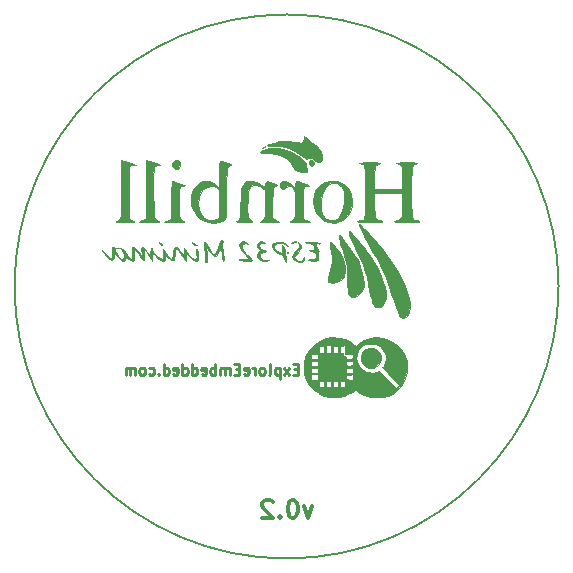
<source format=gbr>
G04 #@! TF.FileFunction,Legend,Bot*
%FSLAX46Y46*%
G04 Gerber Fmt 4.6, Leading zero omitted, Abs format (unit mm)*
G04 Created by KiCad (PCBNEW 4.0.4-stable) date 05/02/17 14:03:58*
%MOMM*%
%LPD*%
G01*
G04 APERTURE LIST*
%ADD10C,0.100000*%
%ADD11C,0.300000*%
%ADD12C,0.225000*%
%ADD13C,0.150000*%
%ADD14C,0.010000*%
%ADD15C,0.002540*%
G04 APERTURE END LIST*
D10*
D11*
X86496256Y-163102171D02*
X86139113Y-164102171D01*
X85781971Y-163102171D01*
X84924828Y-162602171D02*
X84781971Y-162602171D01*
X84639114Y-162673600D01*
X84567685Y-162745029D01*
X84496256Y-162887886D01*
X84424828Y-163173600D01*
X84424828Y-163530743D01*
X84496256Y-163816457D01*
X84567685Y-163959314D01*
X84639114Y-164030743D01*
X84781971Y-164102171D01*
X84924828Y-164102171D01*
X85067685Y-164030743D01*
X85139114Y-163959314D01*
X85210542Y-163816457D01*
X85281971Y-163530743D01*
X85281971Y-163173600D01*
X85210542Y-162887886D01*
X85139114Y-162745029D01*
X85067685Y-162673600D01*
X84924828Y-162602171D01*
X83781971Y-163959314D02*
X83710543Y-164030743D01*
X83781971Y-164102171D01*
X83853400Y-164030743D01*
X83781971Y-163959314D01*
X83781971Y-164102171D01*
X83139114Y-162745029D02*
X83067685Y-162673600D01*
X82924828Y-162602171D01*
X82567685Y-162602171D01*
X82424828Y-162673600D01*
X82353399Y-162745029D01*
X82281971Y-162887886D01*
X82281971Y-163030743D01*
X82353399Y-163245029D01*
X83210542Y-164102171D01*
X82281971Y-164102171D01*
D12*
X85289116Y-151548314D02*
X84989116Y-151548314D01*
X84860545Y-152019743D02*
X85289116Y-152019743D01*
X85289116Y-151119743D01*
X84860545Y-151119743D01*
X84560545Y-152019743D02*
X84089116Y-151419743D01*
X84560545Y-151419743D02*
X84089116Y-152019743D01*
X83746259Y-151419743D02*
X83746259Y-152319743D01*
X83746259Y-151462600D02*
X83660545Y-151419743D01*
X83489116Y-151419743D01*
X83403402Y-151462600D01*
X83360545Y-151505457D01*
X83317688Y-151591171D01*
X83317688Y-151848314D01*
X83360545Y-151934029D01*
X83403402Y-151976886D01*
X83489116Y-152019743D01*
X83660545Y-152019743D01*
X83746259Y-151976886D01*
X82803402Y-152019743D02*
X82889116Y-151976886D01*
X82931973Y-151891171D01*
X82931973Y-151119743D01*
X82331973Y-152019743D02*
X82417687Y-151976886D01*
X82460544Y-151934029D01*
X82503401Y-151848314D01*
X82503401Y-151591171D01*
X82460544Y-151505457D01*
X82417687Y-151462600D01*
X82331973Y-151419743D01*
X82203401Y-151419743D01*
X82117687Y-151462600D01*
X82074830Y-151505457D01*
X82031973Y-151591171D01*
X82031973Y-151848314D01*
X82074830Y-151934029D01*
X82117687Y-151976886D01*
X82203401Y-152019743D01*
X82331973Y-152019743D01*
X81646258Y-152019743D02*
X81646258Y-151419743D01*
X81646258Y-151591171D02*
X81603401Y-151505457D01*
X81560544Y-151462600D01*
X81474830Y-151419743D01*
X81389115Y-151419743D01*
X80746258Y-151976886D02*
X80831972Y-152019743D01*
X81003401Y-152019743D01*
X81089115Y-151976886D01*
X81131972Y-151891171D01*
X81131972Y-151548314D01*
X81089115Y-151462600D01*
X81003401Y-151419743D01*
X80831972Y-151419743D01*
X80746258Y-151462600D01*
X80703401Y-151548314D01*
X80703401Y-151634029D01*
X81131972Y-151719743D01*
X80317686Y-151548314D02*
X80017686Y-151548314D01*
X79889115Y-152019743D02*
X80317686Y-152019743D01*
X80317686Y-151119743D01*
X79889115Y-151119743D01*
X79503400Y-152019743D02*
X79503400Y-151419743D01*
X79503400Y-151505457D02*
X79460543Y-151462600D01*
X79374829Y-151419743D01*
X79246257Y-151419743D01*
X79160543Y-151462600D01*
X79117686Y-151548314D01*
X79117686Y-152019743D01*
X79117686Y-151548314D02*
X79074829Y-151462600D01*
X78989115Y-151419743D01*
X78860543Y-151419743D01*
X78774829Y-151462600D01*
X78731972Y-151548314D01*
X78731972Y-152019743D01*
X78303400Y-152019743D02*
X78303400Y-151119743D01*
X78303400Y-151462600D02*
X78217686Y-151419743D01*
X78046257Y-151419743D01*
X77960543Y-151462600D01*
X77917686Y-151505457D01*
X77874829Y-151591171D01*
X77874829Y-151848314D01*
X77917686Y-151934029D01*
X77960543Y-151976886D01*
X78046257Y-152019743D01*
X78217686Y-152019743D01*
X78303400Y-151976886D01*
X77146257Y-151976886D02*
X77231971Y-152019743D01*
X77403400Y-152019743D01*
X77489114Y-151976886D01*
X77531971Y-151891171D01*
X77531971Y-151548314D01*
X77489114Y-151462600D01*
X77403400Y-151419743D01*
X77231971Y-151419743D01*
X77146257Y-151462600D01*
X77103400Y-151548314D01*
X77103400Y-151634029D01*
X77531971Y-151719743D01*
X76331971Y-152019743D02*
X76331971Y-151119743D01*
X76331971Y-151976886D02*
X76417685Y-152019743D01*
X76589114Y-152019743D01*
X76674828Y-151976886D01*
X76717685Y-151934029D01*
X76760542Y-151848314D01*
X76760542Y-151591171D01*
X76717685Y-151505457D01*
X76674828Y-151462600D01*
X76589114Y-151419743D01*
X76417685Y-151419743D01*
X76331971Y-151462600D01*
X75517685Y-152019743D02*
X75517685Y-151119743D01*
X75517685Y-151976886D02*
X75603399Y-152019743D01*
X75774828Y-152019743D01*
X75860542Y-151976886D01*
X75903399Y-151934029D01*
X75946256Y-151848314D01*
X75946256Y-151591171D01*
X75903399Y-151505457D01*
X75860542Y-151462600D01*
X75774828Y-151419743D01*
X75603399Y-151419743D01*
X75517685Y-151462600D01*
X74746256Y-151976886D02*
X74831970Y-152019743D01*
X75003399Y-152019743D01*
X75089113Y-151976886D01*
X75131970Y-151891171D01*
X75131970Y-151548314D01*
X75089113Y-151462600D01*
X75003399Y-151419743D01*
X74831970Y-151419743D01*
X74746256Y-151462600D01*
X74703399Y-151548314D01*
X74703399Y-151634029D01*
X75131970Y-151719743D01*
X73931970Y-152019743D02*
X73931970Y-151119743D01*
X73931970Y-151976886D02*
X74017684Y-152019743D01*
X74189113Y-152019743D01*
X74274827Y-151976886D01*
X74317684Y-151934029D01*
X74360541Y-151848314D01*
X74360541Y-151591171D01*
X74317684Y-151505457D01*
X74274827Y-151462600D01*
X74189113Y-151419743D01*
X74017684Y-151419743D01*
X73931970Y-151462600D01*
X73503398Y-151934029D02*
X73460541Y-151976886D01*
X73503398Y-152019743D01*
X73546255Y-151976886D01*
X73503398Y-151934029D01*
X73503398Y-152019743D01*
X72689113Y-151976886D02*
X72774827Y-152019743D01*
X72946256Y-152019743D01*
X73031970Y-151976886D01*
X73074827Y-151934029D01*
X73117684Y-151848314D01*
X73117684Y-151591171D01*
X73074827Y-151505457D01*
X73031970Y-151462600D01*
X72946256Y-151419743D01*
X72774827Y-151419743D01*
X72689113Y-151462600D01*
X72174827Y-152019743D02*
X72260541Y-151976886D01*
X72303398Y-151934029D01*
X72346255Y-151848314D01*
X72346255Y-151591171D01*
X72303398Y-151505457D01*
X72260541Y-151462600D01*
X72174827Y-151419743D01*
X72046255Y-151419743D01*
X71960541Y-151462600D01*
X71917684Y-151505457D01*
X71874827Y-151591171D01*
X71874827Y-151848314D01*
X71917684Y-151934029D01*
X71960541Y-151976886D01*
X72046255Y-152019743D01*
X72174827Y-152019743D01*
X71489112Y-152019743D02*
X71489112Y-151419743D01*
X71489112Y-151505457D02*
X71446255Y-151462600D01*
X71360541Y-151419743D01*
X71231969Y-151419743D01*
X71146255Y-151462600D01*
X71103398Y-151548314D01*
X71103398Y-152019743D01*
X71103398Y-151548314D02*
X71060541Y-151462600D01*
X70974827Y-151419743D01*
X70846255Y-151419743D01*
X70760541Y-151462600D01*
X70717684Y-151548314D01*
X70717684Y-152019743D01*
D13*
X107358112Y-144526000D02*
G75*
G03X107358112Y-144526000I-23030112J0D01*
G01*
D14*
G36*
X90476546Y-139346328D02*
X90561667Y-139555998D01*
X90699908Y-139855955D01*
X90876499Y-140217450D01*
X91076668Y-140611733D01*
X91285645Y-141010055D01*
X91488661Y-141383666D01*
X91670943Y-141703816D01*
X91817723Y-141941755D01*
X91892490Y-142045267D01*
X92073618Y-142307760D01*
X92270162Y-142685376D01*
X92487629Y-143190843D01*
X92731524Y-143836893D01*
X92988516Y-144579904D01*
X93195941Y-145190017D01*
X93394448Y-145756603D01*
X93575141Y-146255512D01*
X93729123Y-146662593D01*
X93847497Y-146953696D01*
X93914456Y-147093582D01*
X93989085Y-147123268D01*
X94109824Y-147162340D01*
X94297624Y-147162731D01*
X94492533Y-147026688D01*
X94504479Y-147014885D01*
X94694967Y-146710401D01*
X94782562Y-146299877D01*
X94767887Y-145811286D01*
X94651562Y-145272599D01*
X94454281Y-144754600D01*
X94322405Y-144467160D01*
X94161113Y-144112944D01*
X94038283Y-143841604D01*
X93668504Y-143135335D01*
X93156883Y-142340795D01*
X92504786Y-141460072D01*
X92372319Y-141292204D01*
X92062155Y-140913053D01*
X91733656Y-140529303D01*
X91406112Y-140161491D01*
X91098816Y-139830155D01*
X90831060Y-139555832D01*
X90622135Y-139359059D01*
X90491334Y-139260375D01*
X90459314Y-139255696D01*
X90476546Y-139346328D01*
X90476546Y-139346328D01*
G37*
X90476546Y-139346328D02*
X90561667Y-139555998D01*
X90699908Y-139855955D01*
X90876499Y-140217450D01*
X91076668Y-140611733D01*
X91285645Y-141010055D01*
X91488661Y-141383666D01*
X91670943Y-141703816D01*
X91817723Y-141941755D01*
X91892490Y-142045267D01*
X92073618Y-142307760D01*
X92270162Y-142685376D01*
X92487629Y-143190843D01*
X92731524Y-143836893D01*
X92988516Y-144579904D01*
X93195941Y-145190017D01*
X93394448Y-145756603D01*
X93575141Y-146255512D01*
X93729123Y-146662593D01*
X93847497Y-146953696D01*
X93914456Y-147093582D01*
X93989085Y-147123268D01*
X94109824Y-147162340D01*
X94297624Y-147162731D01*
X94492533Y-147026688D01*
X94504479Y-147014885D01*
X94694967Y-146710401D01*
X94782562Y-146299877D01*
X94767887Y-145811286D01*
X94651562Y-145272599D01*
X94454281Y-144754600D01*
X94322405Y-144467160D01*
X94161113Y-144112944D01*
X94038283Y-143841604D01*
X93668504Y-143135335D01*
X93156883Y-142340795D01*
X92504786Y-141460072D01*
X92372319Y-141292204D01*
X92062155Y-140913053D01*
X91733656Y-140529303D01*
X91406112Y-140161491D01*
X91098816Y-139830155D01*
X90831060Y-139555832D01*
X90622135Y-139359059D01*
X90491334Y-139260375D01*
X90459314Y-139255696D01*
X90476546Y-139346328D01*
G36*
X89575924Y-139900067D02*
X89644402Y-140135515D01*
X89790043Y-140504276D01*
X90014679Y-141010947D01*
X90320145Y-141660125D01*
X90362856Y-141748934D01*
X90599108Y-142246195D01*
X90774968Y-142642125D01*
X90907085Y-142986185D01*
X91012104Y-143327839D01*
X91106674Y-143716549D01*
X91207440Y-144201777D01*
X91234591Y-144339082D01*
X91333006Y-144817511D01*
X91432019Y-145260661D01*
X91522688Y-145631081D01*
X91596074Y-145891320D01*
X91623698Y-145968915D01*
X91729233Y-146173497D01*
X91855252Y-146261093D01*
X92043379Y-146278600D01*
X92264864Y-146249811D01*
X92411868Y-146179799D01*
X92418118Y-146172767D01*
X92607310Y-145863026D01*
X92737536Y-145511653D01*
X92776817Y-145245638D01*
X92740962Y-144966372D01*
X92644864Y-144579349D01*
X92503644Y-144128447D01*
X92332426Y-143657545D01*
X92146333Y-143210522D01*
X91960488Y-142831257D01*
X91919747Y-142758876D01*
X91709785Y-142419797D01*
X91449602Y-142033628D01*
X91156004Y-141621692D01*
X90845794Y-141205313D01*
X90535776Y-140805817D01*
X90242757Y-140444527D01*
X89983539Y-140142767D01*
X89774927Y-139921862D01*
X89633726Y-139803136D01*
X89582776Y-139793336D01*
X89575924Y-139900067D01*
X89575924Y-139900067D01*
G37*
X89575924Y-139900067D02*
X89644402Y-140135515D01*
X89790043Y-140504276D01*
X90014679Y-141010947D01*
X90320145Y-141660125D01*
X90362856Y-141748934D01*
X90599108Y-142246195D01*
X90774968Y-142642125D01*
X90907085Y-142986185D01*
X91012104Y-143327839D01*
X91106674Y-143716549D01*
X91207440Y-144201777D01*
X91234591Y-144339082D01*
X91333006Y-144817511D01*
X91432019Y-145260661D01*
X91522688Y-145631081D01*
X91596074Y-145891320D01*
X91623698Y-145968915D01*
X91729233Y-146173497D01*
X91855252Y-146261093D01*
X92043379Y-146278600D01*
X92264864Y-146249811D01*
X92411868Y-146179799D01*
X92418118Y-146172767D01*
X92607310Y-145863026D01*
X92737536Y-145511653D01*
X92776817Y-145245638D01*
X92740962Y-144966372D01*
X92644864Y-144579349D01*
X92503644Y-144128447D01*
X92332426Y-143657545D01*
X92146333Y-143210522D01*
X91960488Y-142831257D01*
X91919747Y-142758876D01*
X91709785Y-142419797D01*
X91449602Y-142033628D01*
X91156004Y-141621692D01*
X90845794Y-141205313D01*
X90535776Y-140805817D01*
X90242757Y-140444527D01*
X89983539Y-140142767D01*
X89774927Y-139921862D01*
X89633726Y-139803136D01*
X89582776Y-139793336D01*
X89575924Y-139900067D01*
G36*
X88780064Y-140255888D02*
X88794068Y-140440160D01*
X88832181Y-140682033D01*
X88886109Y-140928122D01*
X88943169Y-141113934D01*
X89109248Y-141547101D01*
X89230924Y-141886536D01*
X89316294Y-142174186D01*
X89373457Y-142451998D01*
X89410510Y-142761919D01*
X89435552Y-143145896D01*
X89456679Y-143645876D01*
X89462729Y-143805290D01*
X89486084Y-144367102D01*
X89511923Y-144781896D01*
X89546803Y-145071938D01*
X89597284Y-145259493D01*
X89669924Y-145366827D01*
X89771282Y-145416207D01*
X89907917Y-145429898D01*
X89941400Y-145430321D01*
X90128805Y-145387876D01*
X90352195Y-145283635D01*
X90364733Y-145276097D01*
X90652187Y-145010663D01*
X90831831Y-144624998D01*
X90859948Y-144513323D01*
X90873224Y-144223755D01*
X90824054Y-143829664D01*
X90724859Y-143378411D01*
X90588058Y-142917358D01*
X90426071Y-142493868D01*
X90251317Y-142155300D01*
X90234940Y-142129934D01*
X90117719Y-141949824D01*
X89947758Y-141685556D01*
X89771999Y-141410267D01*
X89544273Y-141068549D01*
X89310884Y-140745743D01*
X89095167Y-140471276D01*
X88920458Y-140274573D01*
X88810091Y-140185061D01*
X88798465Y-140182600D01*
X88780064Y-140255888D01*
X88780064Y-140255888D01*
G37*
X88780064Y-140255888D02*
X88794068Y-140440160D01*
X88832181Y-140682033D01*
X88886109Y-140928122D01*
X88943169Y-141113934D01*
X89109248Y-141547101D01*
X89230924Y-141886536D01*
X89316294Y-142174186D01*
X89373457Y-142451998D01*
X89410510Y-142761919D01*
X89435552Y-143145896D01*
X89456679Y-143645876D01*
X89462729Y-143805290D01*
X89486084Y-144367102D01*
X89511923Y-144781896D01*
X89546803Y-145071938D01*
X89597284Y-145259493D01*
X89669924Y-145366827D01*
X89771282Y-145416207D01*
X89907917Y-145429898D01*
X89941400Y-145430321D01*
X90128805Y-145387876D01*
X90352195Y-145283635D01*
X90364733Y-145276097D01*
X90652187Y-145010663D01*
X90831831Y-144624998D01*
X90859948Y-144513323D01*
X90873224Y-144223755D01*
X90824054Y-143829664D01*
X90724859Y-143378411D01*
X90588058Y-142917358D01*
X90426071Y-142493868D01*
X90251317Y-142155300D01*
X90234940Y-142129934D01*
X90117719Y-141949824D01*
X89947758Y-141685556D01*
X89771999Y-141410267D01*
X89544273Y-141068549D01*
X89310884Y-140745743D01*
X89095167Y-140471276D01*
X88920458Y-140274573D01*
X88810091Y-140185061D01*
X88798465Y-140182600D01*
X88780064Y-140255888D01*
G36*
X88029711Y-140790227D02*
X88013988Y-140922733D01*
X88028656Y-141174779D01*
X88070308Y-141499977D01*
X88090920Y-141624136D01*
X88149145Y-141983105D01*
X88175910Y-142268756D01*
X88167434Y-142532329D01*
X88119936Y-142825064D01*
X88029636Y-143198201D01*
X87954017Y-143479502D01*
X87868926Y-143817681D01*
X87836995Y-144027878D01*
X87855219Y-144141858D01*
X87888068Y-144176705D01*
X88139870Y-144242153D01*
X88477184Y-144188826D01*
X88776217Y-144068855D01*
X89019348Y-143921921D01*
X89156225Y-143748479D01*
X89229444Y-143540631D01*
X89279063Y-143217698D01*
X89279375Y-142875263D01*
X89273356Y-142821594D01*
X89206778Y-142549749D01*
X89083270Y-142227914D01*
X88919364Y-141883094D01*
X88731593Y-141542294D01*
X88536490Y-141232519D01*
X88350589Y-140980775D01*
X88190422Y-140814066D01*
X88072524Y-140759399D01*
X88029711Y-140790227D01*
X88029711Y-140790227D01*
G37*
X88029711Y-140790227D02*
X88013988Y-140922733D01*
X88028656Y-141174779D01*
X88070308Y-141499977D01*
X88090920Y-141624136D01*
X88149145Y-141983105D01*
X88175910Y-142268756D01*
X88167434Y-142532329D01*
X88119936Y-142825064D01*
X88029636Y-143198201D01*
X87954017Y-143479502D01*
X87868926Y-143817681D01*
X87836995Y-144027878D01*
X87855219Y-144141858D01*
X87888068Y-144176705D01*
X88139870Y-144242153D01*
X88477184Y-144188826D01*
X88776217Y-144068855D01*
X89019348Y-143921921D01*
X89156225Y-143748479D01*
X89229444Y-143540631D01*
X89279063Y-143217698D01*
X89279375Y-142875263D01*
X89273356Y-142821594D01*
X89206778Y-142549749D01*
X89083270Y-142227914D01*
X88919364Y-141883094D01*
X88731593Y-141542294D01*
X88536490Y-141232519D01*
X88350589Y-140980775D01*
X88190422Y-140814066D01*
X88072524Y-140759399D01*
X88029711Y-140790227D01*
G36*
X85275178Y-140803424D02*
X85342418Y-140937719D01*
X85385985Y-141050150D01*
X85351135Y-141171637D01*
X85219432Y-141346592D01*
X85131469Y-141445963D01*
X84955907Y-141669713D01*
X84842575Y-141870644D01*
X84819066Y-141960844D01*
X84894074Y-142191763D01*
X85087975Y-142364041D01*
X85354087Y-142454511D01*
X85645728Y-142440007D01*
X85729233Y-142412527D01*
X85814741Y-142303312D01*
X85835066Y-142188706D01*
X85835066Y-142007589D01*
X85703266Y-142195761D01*
X85526018Y-142340227D01*
X85314277Y-142375029D01*
X85122065Y-142310446D01*
X85003408Y-142156754D01*
X84988400Y-142059762D01*
X85041854Y-141931498D01*
X85178489Y-141736469D01*
X85284733Y-141610785D01*
X85490561Y-141354463D01*
X85569141Y-141164558D01*
X85528661Y-141005845D01*
X85448019Y-140908314D01*
X85312408Y-140791515D01*
X85275178Y-140803424D01*
X85275178Y-140803424D01*
G37*
X85275178Y-140803424D02*
X85342418Y-140937719D01*
X85385985Y-141050150D01*
X85351135Y-141171637D01*
X85219432Y-141346592D01*
X85131469Y-141445963D01*
X84955907Y-141669713D01*
X84842575Y-141870644D01*
X84819066Y-141960844D01*
X84894074Y-142191763D01*
X85087975Y-142364041D01*
X85354087Y-142454511D01*
X85645728Y-142440007D01*
X85729233Y-142412527D01*
X85814741Y-142303312D01*
X85835066Y-142188706D01*
X85835066Y-142007589D01*
X85703266Y-142195761D01*
X85526018Y-142340227D01*
X85314277Y-142375029D01*
X85122065Y-142310446D01*
X85003408Y-142156754D01*
X84988400Y-142059762D01*
X85041854Y-141931498D01*
X85178489Y-141736469D01*
X85284733Y-141610785D01*
X85490561Y-141354463D01*
X85569141Y-141164558D01*
X85528661Y-141005845D01*
X85448019Y-140908314D01*
X85312408Y-140791515D01*
X85275178Y-140803424D01*
G36*
X83256780Y-140819639D02*
X83090316Y-140963366D01*
X83058949Y-141041270D01*
X83098907Y-141223811D01*
X83249085Y-141430840D01*
X83465171Y-141617613D01*
X83702854Y-141739385D01*
X83766359Y-141755575D01*
X83961325Y-141811790D01*
X84058857Y-141921296D01*
X84110743Y-142139454D01*
X84167702Y-142347781D01*
X84244781Y-142461483D01*
X84267424Y-142468600D01*
X84312751Y-142427906D01*
X84317640Y-142289354D01*
X84280865Y-142028237D01*
X84233099Y-141776377D01*
X84155824Y-141450218D01*
X84075947Y-141206008D01*
X84004399Y-141059617D01*
X83952108Y-141026915D01*
X83930006Y-141123772D01*
X83948657Y-141363359D01*
X83960222Y-141603573D01*
X83915092Y-141704586D01*
X83902865Y-141706600D01*
X83657428Y-141638679D01*
X83423750Y-141471516D01*
X83299761Y-141302091D01*
X83264265Y-141084130D01*
X83356066Y-140923027D01*
X83539984Y-140827943D01*
X83780837Y-140808041D01*
X84043445Y-140872485D01*
X84292628Y-141030436D01*
X84303740Y-141040613D01*
X84427748Y-141131245D01*
X84480385Y-141120285D01*
X84480400Y-141119184D01*
X84405321Y-140997241D01*
X84212779Y-140872104D01*
X83951813Y-140771408D01*
X83803066Y-140737488D01*
X83512289Y-140737029D01*
X83256780Y-140819639D01*
X83256780Y-140819639D01*
G37*
X83256780Y-140819639D02*
X83090316Y-140963366D01*
X83058949Y-141041270D01*
X83098907Y-141223811D01*
X83249085Y-141430840D01*
X83465171Y-141617613D01*
X83702854Y-141739385D01*
X83766359Y-141755575D01*
X83961325Y-141811790D01*
X84058857Y-141921296D01*
X84110743Y-142139454D01*
X84167702Y-142347781D01*
X84244781Y-142461483D01*
X84267424Y-142468600D01*
X84312751Y-142427906D01*
X84317640Y-142289354D01*
X84280865Y-142028237D01*
X84233099Y-141776377D01*
X84155824Y-141450218D01*
X84075947Y-141206008D01*
X84004399Y-141059617D01*
X83952108Y-141026915D01*
X83930006Y-141123772D01*
X83948657Y-141363359D01*
X83960222Y-141603573D01*
X83915092Y-141704586D01*
X83902865Y-141706600D01*
X83657428Y-141638679D01*
X83423750Y-141471516D01*
X83299761Y-141302091D01*
X83264265Y-141084130D01*
X83356066Y-140923027D01*
X83539984Y-140827943D01*
X83780837Y-140808041D01*
X84043445Y-140872485D01*
X84292628Y-141030436D01*
X84303740Y-141040613D01*
X84427748Y-141131245D01*
X84480385Y-141120285D01*
X84480400Y-141119184D01*
X84405321Y-140997241D01*
X84212779Y-140872104D01*
X83951813Y-140771408D01*
X83803066Y-140737488D01*
X83512289Y-140737029D01*
X83256780Y-140819639D01*
G36*
X78788979Y-140603898D02*
X78720823Y-140743024D01*
X78623274Y-140995394D01*
X78510135Y-141310696D01*
X78385379Y-141604519D01*
X78261431Y-141753034D01*
X78125903Y-141752929D01*
X77966410Y-141600894D01*
X77770565Y-141293621D01*
X77656052Y-141082475D01*
X77527416Y-140870124D01*
X77420381Y-140751182D01*
X77371660Y-140743808D01*
X77348771Y-140858172D01*
X77350761Y-141092696D01*
X77376862Y-141400158D01*
X77383178Y-141452600D01*
X77417658Y-141788794D01*
X77433968Y-142080230D01*
X77428967Y-142268193D01*
X77427351Y-142278100D01*
X77439772Y-142434806D01*
X77518073Y-142468600D01*
X77579015Y-142443909D01*
X77609531Y-142348982D01*
X77612727Y-142152544D01*
X77591711Y-141823316D01*
X77587441Y-141770100D01*
X77530618Y-141071600D01*
X77792898Y-141521370D01*
X78003560Y-141817756D01*
X78193901Y-141946808D01*
X78366584Y-141908958D01*
X78524270Y-141704638D01*
X78553733Y-141644933D01*
X78652765Y-141463507D01*
X78731380Y-141372253D01*
X78740029Y-141369766D01*
X78779915Y-141445421D01*
X78823936Y-141643977D01*
X78856798Y-141875934D01*
X78898209Y-142143539D01*
X78947979Y-142327586D01*
X78988003Y-142383934D01*
X79052142Y-142307582D01*
X79044497Y-142079720D01*
X78965210Y-141702136D01*
X78920962Y-141536385D01*
X78844177Y-141213615D01*
X78829558Y-140994057D01*
X78873735Y-140824785D01*
X78875436Y-140821020D01*
X78923942Y-140636196D01*
X78889567Y-140561849D01*
X78840856Y-140552133D01*
X78788979Y-140603898D01*
X78788979Y-140603898D01*
G37*
X78788979Y-140603898D02*
X78720823Y-140743024D01*
X78623274Y-140995394D01*
X78510135Y-141310696D01*
X78385379Y-141604519D01*
X78261431Y-141753034D01*
X78125903Y-141752929D01*
X77966410Y-141600894D01*
X77770565Y-141293621D01*
X77656052Y-141082475D01*
X77527416Y-140870124D01*
X77420381Y-140751182D01*
X77371660Y-140743808D01*
X77348771Y-140858172D01*
X77350761Y-141092696D01*
X77376862Y-141400158D01*
X77383178Y-141452600D01*
X77417658Y-141788794D01*
X77433968Y-142080230D01*
X77428967Y-142268193D01*
X77427351Y-142278100D01*
X77439772Y-142434806D01*
X77518073Y-142468600D01*
X77579015Y-142443909D01*
X77609531Y-142348982D01*
X77612727Y-142152544D01*
X77591711Y-141823316D01*
X77587441Y-141770100D01*
X77530618Y-141071600D01*
X77792898Y-141521370D01*
X78003560Y-141817756D01*
X78193901Y-141946808D01*
X78366584Y-141908958D01*
X78524270Y-141704638D01*
X78553733Y-141644933D01*
X78652765Y-141463507D01*
X78731380Y-141372253D01*
X78740029Y-141369766D01*
X78779915Y-141445421D01*
X78823936Y-141643977D01*
X78856798Y-141875934D01*
X78898209Y-142143539D01*
X78947979Y-142327586D01*
X78988003Y-142383934D01*
X79052142Y-142307582D01*
X79044497Y-142079720D01*
X78965210Y-141702136D01*
X78920962Y-141536385D01*
X78844177Y-141213615D01*
X78829558Y-140994057D01*
X78873735Y-140824785D01*
X78875436Y-140821020D01*
X78923942Y-140636196D01*
X78889567Y-140561849D01*
X78840856Y-140552133D01*
X78788979Y-140603898D01*
G36*
X86052023Y-140755834D02*
X85910504Y-140772253D01*
X85889002Y-140794039D01*
X85992207Y-140836519D01*
X86196697Y-140858909D01*
X86254338Y-140859934D01*
X86509529Y-140895300D01*
X86641516Y-141022853D01*
X86681564Y-141274771D01*
X86681733Y-141299801D01*
X86652493Y-141418547D01*
X86532797Y-141446191D01*
X86432205Y-141435196D01*
X86271483Y-141429261D01*
X86223952Y-141465036D01*
X86225535Y-141467920D01*
X86332913Y-141518589D01*
X86506813Y-141537267D01*
X86682772Y-141566736D01*
X86770007Y-141689167D01*
X86797772Y-141799963D01*
X86823066Y-142033687D01*
X86759416Y-142160268D01*
X86576366Y-142212035D01*
X86401570Y-142220551D01*
X86196703Y-142231098D01*
X86145515Y-142257473D01*
X86216066Y-142299267D01*
X86464077Y-142365873D01*
X86716859Y-142374101D01*
X86914102Y-142327301D01*
X86990027Y-142256296D01*
X87008439Y-142089728D01*
X86987540Y-141855401D01*
X86983533Y-141832963D01*
X86964258Y-141618390D01*
X87016938Y-141538800D01*
X87032746Y-141537267D01*
X87073240Y-141501910D01*
X87004404Y-141431434D01*
X86887256Y-141272926D01*
X86814592Y-141082075D01*
X86788295Y-140913528D01*
X86846280Y-140863838D01*
X86980190Y-140881062D01*
X87117741Y-140891660D01*
X87132653Y-140857993D01*
X87024625Y-140821111D01*
X86815197Y-140790019D01*
X86551720Y-140767153D01*
X86281545Y-140754946D01*
X86052023Y-140755834D01*
X86052023Y-140755834D01*
G37*
X86052023Y-140755834D02*
X85910504Y-140772253D01*
X85889002Y-140794039D01*
X85992207Y-140836519D01*
X86196697Y-140858909D01*
X86254338Y-140859934D01*
X86509529Y-140895300D01*
X86641516Y-141022853D01*
X86681564Y-141274771D01*
X86681733Y-141299801D01*
X86652493Y-141418547D01*
X86532797Y-141446191D01*
X86432205Y-141435196D01*
X86271483Y-141429261D01*
X86223952Y-141465036D01*
X86225535Y-141467920D01*
X86332913Y-141518589D01*
X86506813Y-141537267D01*
X86682772Y-141566736D01*
X86770007Y-141689167D01*
X86797772Y-141799963D01*
X86823066Y-142033687D01*
X86759416Y-142160268D01*
X86576366Y-142212035D01*
X86401570Y-142220551D01*
X86196703Y-142231098D01*
X86145515Y-142257473D01*
X86216066Y-142299267D01*
X86464077Y-142365873D01*
X86716859Y-142374101D01*
X86914102Y-142327301D01*
X86990027Y-142256296D01*
X87008439Y-142089728D01*
X86987540Y-141855401D01*
X86983533Y-141832963D01*
X86964258Y-141618390D01*
X87016938Y-141538800D01*
X87032746Y-141537267D01*
X87073240Y-141501910D01*
X87004404Y-141431434D01*
X86887256Y-141272926D01*
X86814592Y-141082075D01*
X86788295Y-140913528D01*
X86846280Y-140863838D01*
X86980190Y-140881062D01*
X87117741Y-140891660D01*
X87132653Y-140857993D01*
X87024625Y-140821111D01*
X86815197Y-140790019D01*
X86551720Y-140767153D01*
X86281545Y-140754946D01*
X86052023Y-140755834D01*
G36*
X81982010Y-140760191D02*
X81806560Y-140897583D01*
X81795662Y-141074908D01*
X81949318Y-141292178D01*
X81951813Y-141294680D01*
X82068305Y-141427523D01*
X82065295Y-141503437D01*
X81994147Y-141552888D01*
X81878215Y-141702133D01*
X81860189Y-141918569D01*
X81935271Y-142134758D01*
X82043905Y-142252133D01*
X82315755Y-142363554D01*
X82608338Y-142366768D01*
X82787066Y-142298089D01*
X82831245Y-142249057D01*
X82726255Y-142252030D01*
X82649243Y-142265566D01*
X82348140Y-142270932D01*
X82135798Y-142170053D01*
X82040821Y-141980528D01*
X82041159Y-141891406D01*
X82090787Y-141727778D01*
X82224721Y-141654880D01*
X82344174Y-141637616D01*
X82522039Y-141588500D01*
X82565333Y-141515640D01*
X82467846Y-141460549D01*
X82371859Y-141452600D01*
X82204823Y-141393316D01*
X82062915Y-141278311D01*
X81965039Y-141086100D01*
X82015588Y-140928203D01*
X82193652Y-140839152D01*
X82333316Y-140831719D01*
X82494505Y-140836957D01*
X82498273Y-140812699D01*
X82384177Y-140754958D01*
X82149972Y-140709499D01*
X81982010Y-140760191D01*
X81982010Y-140760191D01*
G37*
X81982010Y-140760191D02*
X81806560Y-140897583D01*
X81795662Y-141074908D01*
X81949318Y-141292178D01*
X81951813Y-141294680D01*
X82068305Y-141427523D01*
X82065295Y-141503437D01*
X81994147Y-141552888D01*
X81878215Y-141702133D01*
X81860189Y-141918569D01*
X81935271Y-142134758D01*
X82043905Y-142252133D01*
X82315755Y-142363554D01*
X82608338Y-142366768D01*
X82787066Y-142298089D01*
X82831245Y-142249057D01*
X82726255Y-142252030D01*
X82649243Y-142265566D01*
X82348140Y-142270932D01*
X82135798Y-142170053D01*
X82040821Y-141980528D01*
X82041159Y-141891406D01*
X82090787Y-141727778D01*
X82224721Y-141654880D01*
X82344174Y-141637616D01*
X82522039Y-141588500D01*
X82565333Y-141515640D01*
X82467846Y-141460549D01*
X82371859Y-141452600D01*
X82204823Y-141393316D01*
X82062915Y-141278311D01*
X81965039Y-141086100D01*
X82015588Y-140928203D01*
X82193652Y-140839152D01*
X82333316Y-140831719D01*
X82494505Y-140836957D01*
X82498273Y-140812699D01*
X82384177Y-140754958D01*
X82149972Y-140709499D01*
X81982010Y-140760191D01*
G36*
X80386979Y-140823916D02*
X80331733Y-141031502D01*
X80386335Y-141239899D01*
X80559168Y-141504703D01*
X80747130Y-141724131D01*
X81162527Y-142178642D01*
X80734206Y-142175454D01*
X80484224Y-142188910D01*
X80315614Y-142226804D01*
X80276476Y-142256934D01*
X80337508Y-142295359D01*
X80516221Y-142323531D01*
X80761186Y-142339919D01*
X81020977Y-142342991D01*
X81244164Y-142331216D01*
X81379321Y-142303064D01*
X81395639Y-142290251D01*
X81354633Y-142212585D01*
X81214712Y-142072429D01*
X81110937Y-141984606D01*
X80858385Y-141738938D01*
X80659214Y-141465867D01*
X80538988Y-141208613D01*
X80523267Y-141010399D01*
X80527442Y-140997988D01*
X80644425Y-140895276D01*
X80838446Y-140859834D01*
X81026600Y-140903322D01*
X81057424Y-140923434D01*
X81067781Y-140923763D01*
X80980311Y-140838767D01*
X80754130Y-140705692D01*
X80542012Y-140705003D01*
X80386979Y-140823916D01*
X80386979Y-140823916D01*
G37*
X80386979Y-140823916D02*
X80331733Y-141031502D01*
X80386335Y-141239899D01*
X80559168Y-141504703D01*
X80747130Y-141724131D01*
X81162527Y-142178642D01*
X80734206Y-142175454D01*
X80484224Y-142188910D01*
X80315614Y-142226804D01*
X80276476Y-142256934D01*
X80337508Y-142295359D01*
X80516221Y-142323531D01*
X80761186Y-142339919D01*
X81020977Y-142342991D01*
X81244164Y-142331216D01*
X81379321Y-142303064D01*
X81395639Y-142290251D01*
X81354633Y-142212585D01*
X81214712Y-142072429D01*
X81110937Y-141984606D01*
X80858385Y-141738938D01*
X80659214Y-141465867D01*
X80538988Y-141208613D01*
X80523267Y-141010399D01*
X80527442Y-140997988D01*
X80644425Y-140895276D01*
X80838446Y-140859834D01*
X81026600Y-140903322D01*
X81057424Y-140923434D01*
X81067781Y-140923763D01*
X80980311Y-140838767D01*
X80754130Y-140705692D01*
X80542012Y-140705003D01*
X80386979Y-140823916D01*
G36*
X71256425Y-141212317D02*
X71213225Y-141279402D01*
X71210394Y-141438761D01*
X71236798Y-141706600D01*
X71262740Y-141991361D01*
X71254852Y-142145979D01*
X71207470Y-142207284D01*
X71158663Y-142214600D01*
X71046624Y-142148250D01*
X70952650Y-142048438D01*
X70548519Y-142048438D01*
X70493941Y-142189197D01*
X70436210Y-142214600D01*
X70325214Y-142166906D01*
X70243377Y-142108767D01*
X70082462Y-141943168D01*
X69931011Y-141733388D01*
X69820875Y-141531474D01*
X69783903Y-141389474D01*
X69790376Y-141368511D01*
X69904905Y-141307506D01*
X70096384Y-141283267D01*
X70280059Y-141312124D01*
X70400143Y-141429297D01*
X70476120Y-141585815D01*
X70543684Y-141829890D01*
X70548519Y-142048438D01*
X70952650Y-142048438D01*
X70882779Y-141974228D01*
X70702426Y-141730071D01*
X70700900Y-141727767D01*
X70525745Y-141471229D01*
X70394842Y-141324650D01*
X70260337Y-141255895D01*
X70074380Y-141232828D01*
X69957739Y-141228693D01*
X69536733Y-141216452D01*
X69565736Y-141673193D01*
X69564688Y-141968521D01*
X69508339Y-142112369D01*
X69387686Y-142106603D01*
X69193729Y-141953086D01*
X69032003Y-141783738D01*
X68854063Y-141601261D01*
X68722723Y-141493251D01*
X68677307Y-141479471D01*
X68709384Y-141556638D01*
X68834110Y-141717680D01*
X69015325Y-141917934D01*
X69298591Y-142175289D01*
X69510284Y-142280221D01*
X69652251Y-142232898D01*
X69726334Y-142033486D01*
X69732454Y-141982997D01*
X69758842Y-141710447D01*
X70079178Y-142047190D01*
X70311613Y-142271454D01*
X70472397Y-142366082D01*
X70589012Y-142338725D01*
X70679861Y-142214362D01*
X70747444Y-142106892D01*
X70821868Y-142096585D01*
X70960276Y-142185150D01*
X71013457Y-142224333D01*
X71228007Y-142346415D01*
X71363017Y-142329411D01*
X71424698Y-142167116D01*
X71419261Y-141853326D01*
X71416167Y-141822021D01*
X71402630Y-141559235D01*
X71422107Y-141398657D01*
X71449595Y-141367934D01*
X71538384Y-141432066D01*
X71683285Y-141597532D01*
X71803311Y-141758840D01*
X72027739Y-142077862D01*
X72169826Y-142263802D01*
X72245300Y-142321621D01*
X72269888Y-142256283D01*
X72259318Y-142072750D01*
X72241525Y-141897100D01*
X72223585Y-141612791D01*
X72234284Y-141424109D01*
X72264518Y-141367934D01*
X72342426Y-141435665D01*
X72475599Y-141614162D01*
X72636682Y-141866380D01*
X72653831Y-141895174D01*
X72804787Y-142138306D01*
X72918092Y-142298005D01*
X72972482Y-142344779D01*
X72974311Y-142339674D01*
X72977154Y-142204483D01*
X72972627Y-141985329D01*
X72971736Y-141960600D01*
X72960583Y-141664267D01*
X73161672Y-141886530D01*
X73451344Y-142161699D01*
X73704365Y-142316899D01*
X73903222Y-142348607D01*
X74030404Y-142253300D01*
X74069082Y-142069091D01*
X74071764Y-141833600D01*
X74245477Y-142066434D01*
X74426793Y-142235966D01*
X74614300Y-142303741D01*
X74764324Y-142266616D01*
X74833193Y-142121449D01*
X74833805Y-142108767D01*
X74855129Y-141753635D01*
X74893430Y-141474833D01*
X74942478Y-141314448D01*
X74953509Y-141299802D01*
X75039749Y-141318269D01*
X75177759Y-141453212D01*
X75340662Y-141671146D01*
X75501576Y-141938590D01*
X75562439Y-142058332D01*
X75695302Y-142292928D01*
X75788172Y-142369572D01*
X75833062Y-142288667D01*
X75821983Y-142050617D01*
X75821271Y-142045267D01*
X75798283Y-141834029D01*
X75795783Y-141715741D01*
X75800162Y-141706600D01*
X75868031Y-141761264D01*
X76018116Y-141902518D01*
X76163145Y-142045267D01*
X76444515Y-142285815D01*
X76656580Y-142376571D01*
X76796822Y-142316753D01*
X76831331Y-142252898D01*
X76851271Y-142093164D01*
X76841782Y-141855259D01*
X76810375Y-141610629D01*
X76764562Y-141430718D01*
X76740519Y-141389163D01*
X76663036Y-141364528D01*
X76637283Y-141481493D01*
X76666382Y-141719452D01*
X76680394Y-141785719D01*
X76720495Y-142022249D01*
X76699064Y-142144171D01*
X76640344Y-142187202D01*
X76458140Y-142173439D01*
X76240273Y-142033232D01*
X76022030Y-141793888D01*
X75910155Y-141622111D01*
X75753656Y-141381535D01*
X75650988Y-141299736D01*
X75604159Y-141376571D01*
X75615175Y-141611894D01*
X75619389Y-141643100D01*
X75643769Y-141853981D01*
X75631489Y-141919128D01*
X75577105Y-141859235D01*
X75566710Y-141843425D01*
X75332134Y-141521468D01*
X75115896Y-141299225D01*
X74942648Y-141201173D01*
X74917385Y-141198600D01*
X74825381Y-141232931D01*
X74766151Y-141359568D01*
X74724828Y-141613975D01*
X74718442Y-141673181D01*
X74683729Y-141941079D01*
X74645621Y-142133776D01*
X74621597Y-142195625D01*
X74531105Y-142182382D01*
X74388179Y-142066955D01*
X74231646Y-141889797D01*
X74100334Y-141691363D01*
X74062936Y-141613570D01*
X73956639Y-141414214D01*
X73878397Y-141374352D01*
X73838663Y-141485064D01*
X73847890Y-141737428D01*
X73854733Y-141791267D01*
X73882897Y-142041695D01*
X73870058Y-142167503D01*
X73805040Y-142210757D01*
X73742276Y-142214600D01*
X73597946Y-142151666D01*
X73404333Y-141993803D01*
X73205412Y-141787423D01*
X73045159Y-141578937D01*
X72967546Y-141414758D01*
X72965733Y-141395027D01*
X72940492Y-141277688D01*
X72883021Y-141289761D01*
X72820695Y-141402164D01*
X72780892Y-141585814D01*
X72780344Y-141591973D01*
X72754066Y-141900680D01*
X72542371Y-141571960D01*
X72381061Y-141366350D01*
X72222750Y-141233584D01*
X72170567Y-141212407D01*
X72075637Y-141211664D01*
X72037510Y-141284695D01*
X72043813Y-141470758D01*
X72055192Y-141578450D01*
X72070184Y-141793529D01*
X72059020Y-141903981D01*
X72041325Y-141904463D01*
X71958906Y-141797419D01*
X71819017Y-141609632D01*
X71750253Y-141516100D01*
X71565581Y-141313283D01*
X71393000Y-141206080D01*
X71348553Y-141198600D01*
X71256425Y-141212317D01*
X71256425Y-141212317D01*
G37*
X71256425Y-141212317D02*
X71213225Y-141279402D01*
X71210394Y-141438761D01*
X71236798Y-141706600D01*
X71262740Y-141991361D01*
X71254852Y-142145979D01*
X71207470Y-142207284D01*
X71158663Y-142214600D01*
X71046624Y-142148250D01*
X70952650Y-142048438D01*
X70548519Y-142048438D01*
X70493941Y-142189197D01*
X70436210Y-142214600D01*
X70325214Y-142166906D01*
X70243377Y-142108767D01*
X70082462Y-141943168D01*
X69931011Y-141733388D01*
X69820875Y-141531474D01*
X69783903Y-141389474D01*
X69790376Y-141368511D01*
X69904905Y-141307506D01*
X70096384Y-141283267D01*
X70280059Y-141312124D01*
X70400143Y-141429297D01*
X70476120Y-141585815D01*
X70543684Y-141829890D01*
X70548519Y-142048438D01*
X70952650Y-142048438D01*
X70882779Y-141974228D01*
X70702426Y-141730071D01*
X70700900Y-141727767D01*
X70525745Y-141471229D01*
X70394842Y-141324650D01*
X70260337Y-141255895D01*
X70074380Y-141232828D01*
X69957739Y-141228693D01*
X69536733Y-141216452D01*
X69565736Y-141673193D01*
X69564688Y-141968521D01*
X69508339Y-142112369D01*
X69387686Y-142106603D01*
X69193729Y-141953086D01*
X69032003Y-141783738D01*
X68854063Y-141601261D01*
X68722723Y-141493251D01*
X68677307Y-141479471D01*
X68709384Y-141556638D01*
X68834110Y-141717680D01*
X69015325Y-141917934D01*
X69298591Y-142175289D01*
X69510284Y-142280221D01*
X69652251Y-142232898D01*
X69726334Y-142033486D01*
X69732454Y-141982997D01*
X69758842Y-141710447D01*
X70079178Y-142047190D01*
X70311613Y-142271454D01*
X70472397Y-142366082D01*
X70589012Y-142338725D01*
X70679861Y-142214362D01*
X70747444Y-142106892D01*
X70821868Y-142096585D01*
X70960276Y-142185150D01*
X71013457Y-142224333D01*
X71228007Y-142346415D01*
X71363017Y-142329411D01*
X71424698Y-142167116D01*
X71419261Y-141853326D01*
X71416167Y-141822021D01*
X71402630Y-141559235D01*
X71422107Y-141398657D01*
X71449595Y-141367934D01*
X71538384Y-141432066D01*
X71683285Y-141597532D01*
X71803311Y-141758840D01*
X72027739Y-142077862D01*
X72169826Y-142263802D01*
X72245300Y-142321621D01*
X72269888Y-142256283D01*
X72259318Y-142072750D01*
X72241525Y-141897100D01*
X72223585Y-141612791D01*
X72234284Y-141424109D01*
X72264518Y-141367934D01*
X72342426Y-141435665D01*
X72475599Y-141614162D01*
X72636682Y-141866380D01*
X72653831Y-141895174D01*
X72804787Y-142138306D01*
X72918092Y-142298005D01*
X72972482Y-142344779D01*
X72974311Y-142339674D01*
X72977154Y-142204483D01*
X72972627Y-141985329D01*
X72971736Y-141960600D01*
X72960583Y-141664267D01*
X73161672Y-141886530D01*
X73451344Y-142161699D01*
X73704365Y-142316899D01*
X73903222Y-142348607D01*
X74030404Y-142253300D01*
X74069082Y-142069091D01*
X74071764Y-141833600D01*
X74245477Y-142066434D01*
X74426793Y-142235966D01*
X74614300Y-142303741D01*
X74764324Y-142266616D01*
X74833193Y-142121449D01*
X74833805Y-142108767D01*
X74855129Y-141753635D01*
X74893430Y-141474833D01*
X74942478Y-141314448D01*
X74953509Y-141299802D01*
X75039749Y-141318269D01*
X75177759Y-141453212D01*
X75340662Y-141671146D01*
X75501576Y-141938590D01*
X75562439Y-142058332D01*
X75695302Y-142292928D01*
X75788172Y-142369572D01*
X75833062Y-142288667D01*
X75821983Y-142050617D01*
X75821271Y-142045267D01*
X75798283Y-141834029D01*
X75795783Y-141715741D01*
X75800162Y-141706600D01*
X75868031Y-141761264D01*
X76018116Y-141902518D01*
X76163145Y-142045267D01*
X76444515Y-142285815D01*
X76656580Y-142376571D01*
X76796822Y-142316753D01*
X76831331Y-142252898D01*
X76851271Y-142093164D01*
X76841782Y-141855259D01*
X76810375Y-141610629D01*
X76764562Y-141430718D01*
X76740519Y-141389163D01*
X76663036Y-141364528D01*
X76637283Y-141481493D01*
X76666382Y-141719452D01*
X76680394Y-141785719D01*
X76720495Y-142022249D01*
X76699064Y-142144171D01*
X76640344Y-142187202D01*
X76458140Y-142173439D01*
X76240273Y-142033232D01*
X76022030Y-141793888D01*
X75910155Y-141622111D01*
X75753656Y-141381535D01*
X75650988Y-141299736D01*
X75604159Y-141376571D01*
X75615175Y-141611894D01*
X75619389Y-141643100D01*
X75643769Y-141853981D01*
X75631489Y-141919128D01*
X75577105Y-141859235D01*
X75566710Y-141843425D01*
X75332134Y-141521468D01*
X75115896Y-141299225D01*
X74942648Y-141201173D01*
X74917385Y-141198600D01*
X74825381Y-141232931D01*
X74766151Y-141359568D01*
X74724828Y-141613975D01*
X74718442Y-141673181D01*
X74683729Y-141941079D01*
X74645621Y-142133776D01*
X74621597Y-142195625D01*
X74531105Y-142182382D01*
X74388179Y-142066955D01*
X74231646Y-141889797D01*
X74100334Y-141691363D01*
X74062936Y-141613570D01*
X73956639Y-141414214D01*
X73878397Y-141374352D01*
X73838663Y-141485064D01*
X73847890Y-141737428D01*
X73854733Y-141791267D01*
X73882897Y-142041695D01*
X73870058Y-142167503D01*
X73805040Y-142210757D01*
X73742276Y-142214600D01*
X73597946Y-142151666D01*
X73404333Y-141993803D01*
X73205412Y-141787423D01*
X73045159Y-141578937D01*
X72967546Y-141414758D01*
X72965733Y-141395027D01*
X72940492Y-141277688D01*
X72883021Y-141289761D01*
X72820695Y-141402164D01*
X72780892Y-141585814D01*
X72780344Y-141591973D01*
X72754066Y-141900680D01*
X72542371Y-141571960D01*
X72381061Y-141366350D01*
X72222750Y-141233584D01*
X72170567Y-141212407D01*
X72075637Y-141211664D01*
X72037510Y-141284695D01*
X72043813Y-141470758D01*
X72055192Y-141578450D01*
X72070184Y-141793529D01*
X72059020Y-141903981D01*
X72041325Y-141904463D01*
X71958906Y-141797419D01*
X71819017Y-141609632D01*
X71750253Y-141516100D01*
X71565581Y-141313283D01*
X71393000Y-141206080D01*
X71348553Y-141198600D01*
X71256425Y-141212317D01*
G36*
X84339289Y-141650156D02*
X84350911Y-141700490D01*
X84395733Y-141706600D01*
X84465423Y-141675622D01*
X84452178Y-141650156D01*
X84351698Y-141640023D01*
X84339289Y-141650156D01*
X84339289Y-141650156D01*
G37*
X84339289Y-141650156D02*
X84350911Y-141700490D01*
X84395733Y-141706600D01*
X84465423Y-141675622D01*
X84452178Y-141650156D01*
X84351698Y-141640023D01*
X84339289Y-141650156D01*
G36*
X76297013Y-140821071D02*
X76389749Y-140897596D01*
X76510934Y-140974254D01*
X76634266Y-141027739D01*
X76707507Y-141040158D01*
X76684011Y-140998402D01*
X76589116Y-140942848D01*
X76437066Y-140866731D01*
X76296490Y-140803000D01*
X76297013Y-140821071D01*
X76297013Y-140821071D01*
G37*
X76297013Y-140821071D02*
X76389749Y-140897596D01*
X76510934Y-140974254D01*
X76634266Y-141027739D01*
X76707507Y-141040158D01*
X76684011Y-140998402D01*
X76589116Y-140942848D01*
X76437066Y-140866731D01*
X76296490Y-140803000D01*
X76297013Y-140821071D01*
G36*
X73493048Y-140819159D02*
X73547600Y-140888405D01*
X73674025Y-140998923D01*
X73780459Y-141031687D01*
X73812400Y-140989912D01*
X73747015Y-140925457D01*
X73621900Y-140849051D01*
X73493234Y-140786965D01*
X73493048Y-140819159D01*
X73493048Y-140819159D01*
G37*
X73493048Y-140819159D02*
X73547600Y-140888405D01*
X73674025Y-140998923D01*
X73780459Y-141031687D01*
X73812400Y-140989912D01*
X73747015Y-140925457D01*
X73621900Y-140849051D01*
X73493234Y-140786965D01*
X73493048Y-140819159D01*
G36*
X84842151Y-140727863D02*
X84773252Y-140780900D01*
X84741701Y-140880672D01*
X84837816Y-140874662D01*
X84988400Y-140804645D01*
X85128915Y-140725255D01*
X85124454Y-140696300D01*
X85014563Y-140691848D01*
X84842151Y-140727863D01*
X84842151Y-140727863D01*
G37*
X84842151Y-140727863D02*
X84773252Y-140780900D01*
X84741701Y-140880672D01*
X84837816Y-140874662D01*
X84988400Y-140804645D01*
X85128915Y-140725255D01*
X85124454Y-140696300D01*
X85014563Y-140691848D01*
X84842151Y-140727863D01*
G36*
X87563599Y-135683601D02*
X87149602Y-135920495D01*
X86836270Y-136277424D01*
X86639735Y-136741466D01*
X86575900Y-137266524D01*
X86645504Y-137804958D01*
X86840038Y-138276935D01*
X87138080Y-138663195D01*
X87518212Y-138944473D01*
X87959013Y-139101509D01*
X88439063Y-139115039D01*
X88598739Y-139085613D01*
X89078727Y-138889841D01*
X89460932Y-138556947D01*
X89681429Y-138215428D01*
X89857022Y-137707105D01*
X89894359Y-137197550D01*
X89819680Y-136795482D01*
X89216541Y-136795482D01*
X89208756Y-137191489D01*
X89198282Y-137344515D01*
X89113504Y-137887264D01*
X88954675Y-138339906D01*
X88733928Y-138672766D01*
X88611361Y-138780005D01*
X88310149Y-138901647D01*
X87977230Y-138901194D01*
X87678378Y-138784130D01*
X87571048Y-138693272D01*
X87369659Y-138366122D01*
X87251416Y-137933891D01*
X87225486Y-137443815D01*
X87263758Y-137109644D01*
X87395845Y-136570250D01*
X87570095Y-136182747D01*
X87798475Y-135932407D01*
X88092949Y-135804504D01*
X88344046Y-135779934D01*
X88608701Y-135806443D01*
X88797094Y-135912716D01*
X88917898Y-136040459D01*
X89081299Y-136267348D01*
X89177451Y-136503229D01*
X89216541Y-136795482D01*
X89819680Y-136795482D01*
X89804589Y-136714239D01*
X89598860Y-136284651D01*
X89288319Y-135936262D01*
X88884116Y-135696551D01*
X88629066Y-135621615D01*
X88062131Y-135579667D01*
X87563599Y-135683601D01*
X87563599Y-135683601D01*
G37*
X87563599Y-135683601D02*
X87149602Y-135920495D01*
X86836270Y-136277424D01*
X86639735Y-136741466D01*
X86575900Y-137266524D01*
X86645504Y-137804958D01*
X86840038Y-138276935D01*
X87138080Y-138663195D01*
X87518212Y-138944473D01*
X87959013Y-139101509D01*
X88439063Y-139115039D01*
X88598739Y-139085613D01*
X89078727Y-138889841D01*
X89460932Y-138556947D01*
X89681429Y-138215428D01*
X89857022Y-137707105D01*
X89894359Y-137197550D01*
X89819680Y-136795482D01*
X89216541Y-136795482D01*
X89208756Y-137191489D01*
X89198282Y-137344515D01*
X89113504Y-137887264D01*
X88954675Y-138339906D01*
X88733928Y-138672766D01*
X88611361Y-138780005D01*
X88310149Y-138901647D01*
X87977230Y-138901194D01*
X87678378Y-138784130D01*
X87571048Y-138693272D01*
X87369659Y-138366122D01*
X87251416Y-137933891D01*
X87225486Y-137443815D01*
X87263758Y-137109644D01*
X87395845Y-136570250D01*
X87570095Y-136182747D01*
X87798475Y-135932407D01*
X88092949Y-135804504D01*
X88344046Y-135779934D01*
X88608701Y-135806443D01*
X88797094Y-135912716D01*
X88917898Y-136040459D01*
X89081299Y-136267348D01*
X89177451Y-136503229D01*
X89216541Y-136795482D01*
X89819680Y-136795482D01*
X89804589Y-136714239D01*
X89598860Y-136284651D01*
X89288319Y-135936262D01*
X88884116Y-135696551D01*
X88629066Y-135621615D01*
X88062131Y-135579667D01*
X87563599Y-135683601D01*
G36*
X78686612Y-133898779D02*
X78660514Y-134008153D01*
X78645965Y-134214909D01*
X78639688Y-134543564D01*
X78638400Y-134982382D01*
X78638400Y-136150281D01*
X78393852Y-135915989D01*
X78056004Y-135695268D01*
X77647745Y-135578573D01*
X77261163Y-135585481D01*
X76916964Y-135735554D01*
X76625023Y-136017234D01*
X76402166Y-136396542D01*
X76265222Y-136839500D01*
X76231017Y-137312128D01*
X76266446Y-137594065D01*
X76454918Y-138139447D01*
X76759783Y-138577408D01*
X77160651Y-138895070D01*
X77637131Y-139079553D01*
X78168836Y-139117981D01*
X78570175Y-139049135D01*
X78768710Y-138995909D01*
X78922978Y-138943544D01*
X79038547Y-138871677D01*
X79120988Y-138759942D01*
X79175868Y-138587976D01*
X79208758Y-138335414D01*
X79225225Y-137981892D01*
X79230769Y-137512896D01*
X78638400Y-137512896D01*
X78638400Y-138653192D01*
X78405566Y-138779506D01*
X78045562Y-138895558D01*
X77673647Y-138883942D01*
X77351877Y-138747561D01*
X77327225Y-138729051D01*
X77053056Y-138406844D01*
X76897596Y-137967906D01*
X76860400Y-137549309D01*
X76911870Y-136992379D01*
X77062456Y-136546171D01*
X77274707Y-136257119D01*
X77562732Y-136079387D01*
X77898039Y-136011407D01*
X78223130Y-136055772D01*
X78469066Y-136203267D01*
X78538070Y-136287382D01*
X78585443Y-136397958D01*
X78615165Y-136565775D01*
X78631217Y-136821616D01*
X78637577Y-137196261D01*
X78638400Y-137512896D01*
X79230769Y-137512896D01*
X79230839Y-137507044D01*
X79231169Y-136890508D01*
X79231066Y-136632415D01*
X79232434Y-135944322D01*
X79238579Y-135406293D01*
X79252563Y-134999069D01*
X79277446Y-134703392D01*
X79316291Y-134500000D01*
X79372159Y-134369635D01*
X79448113Y-134293037D01*
X79547213Y-134250946D01*
X79612066Y-134235655D01*
X79662205Y-134198646D01*
X79556248Y-134136650D01*
X79358066Y-134067407D01*
X79085217Y-133978856D01*
X78862128Y-133902321D01*
X78786566Y-133874104D01*
X78727537Y-133862269D01*
X78686612Y-133898779D01*
X78686612Y-133898779D01*
G37*
X78686612Y-133898779D02*
X78660514Y-134008153D01*
X78645965Y-134214909D01*
X78639688Y-134543564D01*
X78638400Y-134982382D01*
X78638400Y-136150281D01*
X78393852Y-135915989D01*
X78056004Y-135695268D01*
X77647745Y-135578573D01*
X77261163Y-135585481D01*
X76916964Y-135735554D01*
X76625023Y-136017234D01*
X76402166Y-136396542D01*
X76265222Y-136839500D01*
X76231017Y-137312128D01*
X76266446Y-137594065D01*
X76454918Y-138139447D01*
X76759783Y-138577408D01*
X77160651Y-138895070D01*
X77637131Y-139079553D01*
X78168836Y-139117981D01*
X78570175Y-139049135D01*
X78768710Y-138995909D01*
X78922978Y-138943544D01*
X79038547Y-138871677D01*
X79120988Y-138759942D01*
X79175868Y-138587976D01*
X79208758Y-138335414D01*
X79225225Y-137981892D01*
X79230769Y-137512896D01*
X78638400Y-137512896D01*
X78638400Y-138653192D01*
X78405566Y-138779506D01*
X78045562Y-138895558D01*
X77673647Y-138883942D01*
X77351877Y-138747561D01*
X77327225Y-138729051D01*
X77053056Y-138406844D01*
X76897596Y-137967906D01*
X76860400Y-137549309D01*
X76911870Y-136992379D01*
X77062456Y-136546171D01*
X77274707Y-136257119D01*
X77562732Y-136079387D01*
X77898039Y-136011407D01*
X78223130Y-136055772D01*
X78469066Y-136203267D01*
X78538070Y-136287382D01*
X78585443Y-136397958D01*
X78615165Y-136565775D01*
X78631217Y-136821616D01*
X78637577Y-137196261D01*
X78638400Y-137512896D01*
X79230769Y-137512896D01*
X79230839Y-137507044D01*
X79231169Y-136890508D01*
X79231066Y-136632415D01*
X79232434Y-135944322D01*
X79238579Y-135406293D01*
X79252563Y-134999069D01*
X79277446Y-134703392D01*
X79316291Y-134500000D01*
X79372159Y-134369635D01*
X79448113Y-134293037D01*
X79547213Y-134250946D01*
X79612066Y-134235655D01*
X79662205Y-134198646D01*
X79556248Y-134136650D01*
X79358066Y-134067407D01*
X79085217Y-133978856D01*
X78862128Y-133902321D01*
X78786566Y-133874104D01*
X78727537Y-133862269D01*
X78686612Y-133898779D01*
G36*
X90914432Y-134021016D02*
X90615008Y-134034558D01*
X90483206Y-134057052D01*
X90518313Y-134088003D01*
X90661973Y-134132410D01*
X90773784Y-134182374D01*
X90857733Y-134257914D01*
X90917810Y-134379049D01*
X90958005Y-134565798D01*
X90982306Y-134838180D01*
X90994704Y-135216214D01*
X90999186Y-135719919D01*
X90999742Y-136369316D01*
X90999733Y-136503920D01*
X90998525Y-137204968D01*
X90992513Y-137754979D01*
X90978113Y-138172246D01*
X90951745Y-138475061D01*
X90909825Y-138681716D01*
X90848771Y-138810503D01*
X90765001Y-138879714D01*
X90654933Y-138907643D01*
X90528019Y-138912600D01*
X90371821Y-138942357D01*
X90322400Y-138997267D01*
X90403912Y-139033945D01*
X90636200Y-139061221D01*
X91000895Y-139077625D01*
X91380733Y-139081934D01*
X91839208Y-139075413D01*
X92180156Y-139056829D01*
X92385208Y-139027654D01*
X92439066Y-138997267D01*
X92367032Y-138932140D01*
X92240522Y-138912600D01*
X92054279Y-138887018D01*
X91921868Y-138795175D01*
X91834934Y-138614424D01*
X91785123Y-138322118D01*
X91764080Y-137895610D01*
X91761733Y-137614767D01*
X91761733Y-136626600D01*
X94132400Y-136626600D01*
X94132400Y-137629478D01*
X94129107Y-138068402D01*
X94116333Y-138370111D01*
X94089740Y-138566642D01*
X94044986Y-138690034D01*
X93977732Y-138772328D01*
X93977566Y-138772478D01*
X93781238Y-138884083D01*
X93638900Y-138912600D01*
X93493631Y-138945533D01*
X93455066Y-138997267D01*
X93536578Y-139033945D01*
X93768867Y-139061221D01*
X94133562Y-139077625D01*
X94513400Y-139081934D01*
X94971874Y-139075413D01*
X95312823Y-139056829D01*
X95517874Y-139027654D01*
X95571733Y-138997267D01*
X95499466Y-138932950D01*
X95366114Y-138912600D01*
X95228821Y-138906431D01*
X95121107Y-138875730D01*
X95039390Y-138802204D01*
X94980087Y-138667560D01*
X94939616Y-138453508D01*
X94914394Y-138141754D01*
X94900840Y-137714006D01*
X94895371Y-137151973D01*
X94894400Y-136503920D01*
X94894672Y-135826027D01*
X94898148Y-135297447D01*
X94908818Y-134898160D01*
X94930670Y-134608147D01*
X94967694Y-134407389D01*
X95023879Y-134275867D01*
X95103214Y-134193562D01*
X95209688Y-134140454D01*
X95347291Y-134096525D01*
X95375820Y-134088003D01*
X95410334Y-134056725D01*
X95276489Y-134034339D01*
X94975032Y-134020907D01*
X94513400Y-134016488D01*
X94047098Y-134021016D01*
X93747675Y-134034558D01*
X93615873Y-134057052D01*
X93650979Y-134088003D01*
X93848692Y-134156534D01*
X93983316Y-134242754D01*
X94066924Y-134377674D01*
X94111588Y-134592304D01*
X94129382Y-134917656D01*
X94132400Y-135324634D01*
X94132400Y-136287934D01*
X91761733Y-136287934D01*
X91761733Y-135324634D01*
X91765781Y-134874899D01*
X91785975Y-134563438D01*
X91834386Y-134359239D01*
X91923088Y-134231290D01*
X92064152Y-134148581D01*
X92243154Y-134088003D01*
X92277667Y-134056725D01*
X92143823Y-134034339D01*
X91842365Y-134020907D01*
X91380733Y-134016488D01*
X90914432Y-134021016D01*
X90914432Y-134021016D01*
G37*
X90914432Y-134021016D02*
X90615008Y-134034558D01*
X90483206Y-134057052D01*
X90518313Y-134088003D01*
X90661973Y-134132410D01*
X90773784Y-134182374D01*
X90857733Y-134257914D01*
X90917810Y-134379049D01*
X90958005Y-134565798D01*
X90982306Y-134838180D01*
X90994704Y-135216214D01*
X90999186Y-135719919D01*
X90999742Y-136369316D01*
X90999733Y-136503920D01*
X90998525Y-137204968D01*
X90992513Y-137754979D01*
X90978113Y-138172246D01*
X90951745Y-138475061D01*
X90909825Y-138681716D01*
X90848771Y-138810503D01*
X90765001Y-138879714D01*
X90654933Y-138907643D01*
X90528019Y-138912600D01*
X90371821Y-138942357D01*
X90322400Y-138997267D01*
X90403912Y-139033945D01*
X90636200Y-139061221D01*
X91000895Y-139077625D01*
X91380733Y-139081934D01*
X91839208Y-139075413D01*
X92180156Y-139056829D01*
X92385208Y-139027654D01*
X92439066Y-138997267D01*
X92367032Y-138932140D01*
X92240522Y-138912600D01*
X92054279Y-138887018D01*
X91921868Y-138795175D01*
X91834934Y-138614424D01*
X91785123Y-138322118D01*
X91764080Y-137895610D01*
X91761733Y-137614767D01*
X91761733Y-136626600D01*
X94132400Y-136626600D01*
X94132400Y-137629478D01*
X94129107Y-138068402D01*
X94116333Y-138370111D01*
X94089740Y-138566642D01*
X94044986Y-138690034D01*
X93977732Y-138772328D01*
X93977566Y-138772478D01*
X93781238Y-138884083D01*
X93638900Y-138912600D01*
X93493631Y-138945533D01*
X93455066Y-138997267D01*
X93536578Y-139033945D01*
X93768867Y-139061221D01*
X94133562Y-139077625D01*
X94513400Y-139081934D01*
X94971874Y-139075413D01*
X95312823Y-139056829D01*
X95517874Y-139027654D01*
X95571733Y-138997267D01*
X95499466Y-138932950D01*
X95366114Y-138912600D01*
X95228821Y-138906431D01*
X95121107Y-138875730D01*
X95039390Y-138802204D01*
X94980087Y-138667560D01*
X94939616Y-138453508D01*
X94914394Y-138141754D01*
X94900840Y-137714006D01*
X94895371Y-137151973D01*
X94894400Y-136503920D01*
X94894672Y-135826027D01*
X94898148Y-135297447D01*
X94908818Y-134898160D01*
X94930670Y-134608147D01*
X94967694Y-134407389D01*
X95023879Y-134275867D01*
X95103214Y-134193562D01*
X95209688Y-134140454D01*
X95347291Y-134096525D01*
X95375820Y-134088003D01*
X95410334Y-134056725D01*
X95276489Y-134034339D01*
X94975032Y-134020907D01*
X94513400Y-134016488D01*
X94047098Y-134021016D01*
X93747675Y-134034558D01*
X93615873Y-134057052D01*
X93650979Y-134088003D01*
X93848692Y-134156534D01*
X93983316Y-134242754D01*
X94066924Y-134377674D01*
X94111588Y-134592304D01*
X94129382Y-134917656D01*
X94132400Y-135324634D01*
X94132400Y-136287934D01*
X91761733Y-136287934D01*
X91761733Y-135324634D01*
X91765781Y-134874899D01*
X91785975Y-134563438D01*
X91834386Y-134359239D01*
X91923088Y-134231290D01*
X92064152Y-134148581D01*
X92243154Y-134088003D01*
X92277667Y-134056725D01*
X92143823Y-134034339D01*
X91842365Y-134020907D01*
X91380733Y-134016488D01*
X90914432Y-134021016D01*
G36*
X83974518Y-135609474D02*
X83972590Y-135610498D01*
X83800303Y-135775643D01*
X83748235Y-135986504D01*
X83830407Y-136181842D01*
X83839602Y-136191422D01*
X83947134Y-136276815D01*
X84057799Y-136273144D01*
X84236165Y-136181981D01*
X84491179Y-136061283D01*
X84672434Y-136058634D01*
X84833167Y-136180072D01*
X84897588Y-136257018D01*
X84971462Y-136367526D01*
X85021243Y-136499281D01*
X85051497Y-136686124D01*
X85066788Y-136961896D01*
X85071683Y-137360437D01*
X85071770Y-137548185D01*
X85065511Y-137964914D01*
X85049377Y-138325656D01*
X85025758Y-138593562D01*
X84997044Y-138731779D01*
X84994741Y-138735906D01*
X84865793Y-138855058D01*
X84678537Y-138961863D01*
X84591138Y-139008143D01*
X84590778Y-139039279D01*
X84697415Y-139058537D01*
X84931009Y-139069183D01*
X85311515Y-139074483D01*
X85369400Y-139074925D01*
X86300733Y-139081670D01*
X86004400Y-138933635D01*
X85708066Y-138785600D01*
X85684739Y-137502642D01*
X85679889Y-136941389D01*
X85692172Y-136529763D01*
X85726789Y-136248483D01*
X85788941Y-136078262D01*
X85883828Y-135999817D01*
X86016652Y-135993864D01*
X86087577Y-136009012D01*
X86223976Y-136026917D01*
X86258400Y-136009248D01*
X86185885Y-135964800D01*
X86001625Y-135887809D01*
X85755544Y-135796089D01*
X85497568Y-135707456D01*
X85277623Y-135639728D01*
X85145634Y-135610721D01*
X85141293Y-135610600D01*
X85096185Y-135685078D01*
X85073651Y-135868197D01*
X85073066Y-135906934D01*
X85061046Y-136102908D01*
X85031492Y-136200747D01*
X85025267Y-136203267D01*
X84945803Y-136144595D01*
X84806077Y-135998246D01*
X84757608Y-135941978D01*
X84482882Y-135688194D01*
X84213697Y-135573916D01*
X83974518Y-135609474D01*
X83974518Y-135609474D01*
G37*
X83974518Y-135609474D02*
X83972590Y-135610498D01*
X83800303Y-135775643D01*
X83748235Y-135986504D01*
X83830407Y-136181842D01*
X83839602Y-136191422D01*
X83947134Y-136276815D01*
X84057799Y-136273144D01*
X84236165Y-136181981D01*
X84491179Y-136061283D01*
X84672434Y-136058634D01*
X84833167Y-136180072D01*
X84897588Y-136257018D01*
X84971462Y-136367526D01*
X85021243Y-136499281D01*
X85051497Y-136686124D01*
X85066788Y-136961896D01*
X85071683Y-137360437D01*
X85071770Y-137548185D01*
X85065511Y-137964914D01*
X85049377Y-138325656D01*
X85025758Y-138593562D01*
X84997044Y-138731779D01*
X84994741Y-138735906D01*
X84865793Y-138855058D01*
X84678537Y-138961863D01*
X84591138Y-139008143D01*
X84590778Y-139039279D01*
X84697415Y-139058537D01*
X84931009Y-139069183D01*
X85311515Y-139074483D01*
X85369400Y-139074925D01*
X86300733Y-139081670D01*
X86004400Y-138933635D01*
X85708066Y-138785600D01*
X85684739Y-137502642D01*
X85679889Y-136941389D01*
X85692172Y-136529763D01*
X85726789Y-136248483D01*
X85788941Y-136078262D01*
X85883828Y-135999817D01*
X86016652Y-135993864D01*
X86087577Y-136009012D01*
X86223976Y-136026917D01*
X86258400Y-136009248D01*
X86185885Y-135964800D01*
X86001625Y-135887809D01*
X85755544Y-135796089D01*
X85497568Y-135707456D01*
X85277623Y-135639728D01*
X85145634Y-135610721D01*
X85141293Y-135610600D01*
X85096185Y-135685078D01*
X85073651Y-135868197D01*
X85073066Y-135906934D01*
X85061046Y-136102908D01*
X85031492Y-136200747D01*
X85025267Y-136203267D01*
X84945803Y-136144595D01*
X84806077Y-135998246D01*
X84757608Y-135941978D01*
X84482882Y-135688194D01*
X84213697Y-135573916D01*
X83974518Y-135609474D01*
G36*
X81057351Y-135607619D02*
X81018904Y-135619858D01*
X80831003Y-135708411D01*
X80688681Y-135840964D01*
X80584651Y-136040740D01*
X80511625Y-136330961D01*
X80462315Y-136734849D01*
X80429433Y-137275629D01*
X80419439Y-137530025D01*
X80401042Y-137978190D01*
X80380374Y-138363154D01*
X80359438Y-138654715D01*
X80340240Y-138822674D01*
X80331733Y-138851038D01*
X80231236Y-138917456D01*
X80120066Y-138982206D01*
X80072803Y-139026498D01*
X80133769Y-139055018D01*
X80321844Y-139070553D01*
X80655908Y-139075890D01*
X80755066Y-139075969D01*
X81122570Y-139073912D01*
X81342618Y-139065476D01*
X81437080Y-139045901D01*
X81427827Y-139010427D01*
X81336728Y-138954294D01*
X81330259Y-138950774D01*
X81194289Y-138846840D01*
X81099063Y-138689972D01*
X81040236Y-138455623D01*
X81013461Y-138119245D01*
X81014393Y-137656292D01*
X81028969Y-137249038D01*
X81054173Y-136799434D01*
X81086702Y-136487543D01*
X81131963Y-136281758D01*
X81195366Y-136150469D01*
X81222780Y-136116338D01*
X81455731Y-135975596D01*
X81756750Y-135956883D01*
X82078876Y-136057964D01*
X82249908Y-136165242D01*
X82533066Y-136381218D01*
X82533066Y-137503727D01*
X82529084Y-137999884D01*
X82512053Y-138356433D01*
X82474345Y-138603013D01*
X82408332Y-138769262D01*
X82306387Y-138884818D01*
X82160883Y-138979320D01*
X82152066Y-138984166D01*
X82108466Y-139026978D01*
X82175703Y-139055298D01*
X82371687Y-139071636D01*
X82714329Y-139078501D01*
X82829400Y-139079042D01*
X83676066Y-139081301D01*
X83400900Y-138913528D01*
X83125733Y-138745756D01*
X83127030Y-137495678D01*
X83131522Y-137047818D01*
X83143006Y-136657762D01*
X83159947Y-136358050D01*
X83180806Y-136181225D01*
X83190530Y-136151178D01*
X83314069Y-136054758D01*
X83459803Y-135992047D01*
X83554659Y-135951667D01*
X83543331Y-135909006D01*
X83406042Y-135849261D01*
X83163470Y-135770216D01*
X82847282Y-135673236D01*
X82659687Y-135630136D01*
X82567145Y-135645936D01*
X82536116Y-135725659D01*
X82533066Y-135864600D01*
X82521076Y-136047282D01*
X82465803Y-136102991D01*
X82338296Y-136035398D01*
X82181606Y-135909160D01*
X81817987Y-135685357D01*
X81425424Y-135580411D01*
X81057351Y-135607619D01*
X81057351Y-135607619D01*
G37*
X81057351Y-135607619D02*
X81018904Y-135619858D01*
X80831003Y-135708411D01*
X80688681Y-135840964D01*
X80584651Y-136040740D01*
X80511625Y-136330961D01*
X80462315Y-136734849D01*
X80429433Y-137275629D01*
X80419439Y-137530025D01*
X80401042Y-137978190D01*
X80380374Y-138363154D01*
X80359438Y-138654715D01*
X80340240Y-138822674D01*
X80331733Y-138851038D01*
X80231236Y-138917456D01*
X80120066Y-138982206D01*
X80072803Y-139026498D01*
X80133769Y-139055018D01*
X80321844Y-139070553D01*
X80655908Y-139075890D01*
X80755066Y-139075969D01*
X81122570Y-139073912D01*
X81342618Y-139065476D01*
X81437080Y-139045901D01*
X81427827Y-139010427D01*
X81336728Y-138954294D01*
X81330259Y-138950774D01*
X81194289Y-138846840D01*
X81099063Y-138689972D01*
X81040236Y-138455623D01*
X81013461Y-138119245D01*
X81014393Y-137656292D01*
X81028969Y-137249038D01*
X81054173Y-136799434D01*
X81086702Y-136487543D01*
X81131963Y-136281758D01*
X81195366Y-136150469D01*
X81222780Y-136116338D01*
X81455731Y-135975596D01*
X81756750Y-135956883D01*
X82078876Y-136057964D01*
X82249908Y-136165242D01*
X82533066Y-136381218D01*
X82533066Y-137503727D01*
X82529084Y-137999884D01*
X82512053Y-138356433D01*
X82474345Y-138603013D01*
X82408332Y-138769262D01*
X82306387Y-138884818D01*
X82160883Y-138979320D01*
X82152066Y-138984166D01*
X82108466Y-139026978D01*
X82175703Y-139055298D01*
X82371687Y-139071636D01*
X82714329Y-139078501D01*
X82829400Y-139079042D01*
X83676066Y-139081301D01*
X83400900Y-138913528D01*
X83125733Y-138745756D01*
X83127030Y-137495678D01*
X83131522Y-137047818D01*
X83143006Y-136657762D01*
X83159947Y-136358050D01*
X83180806Y-136181225D01*
X83190530Y-136151178D01*
X83314069Y-136054758D01*
X83459803Y-135992047D01*
X83554659Y-135951667D01*
X83543331Y-135909006D01*
X83406042Y-135849261D01*
X83163470Y-135770216D01*
X82847282Y-135673236D01*
X82659687Y-135630136D01*
X82567145Y-135645936D01*
X82536116Y-135725659D01*
X82533066Y-135864600D01*
X82521076Y-136047282D01*
X82465803Y-136102991D01*
X82338296Y-136035398D01*
X82181606Y-135909160D01*
X81817987Y-135685357D01*
X81425424Y-135580411D01*
X81057351Y-135607619D01*
G36*
X74619292Y-135691745D02*
X74599216Y-135914824D01*
X74580935Y-136254934D01*
X74565846Y-136685926D01*
X74555343Y-137181650D01*
X74555101Y-137198100D01*
X74532066Y-138785600D01*
X73939400Y-139081670D01*
X74870733Y-139074925D01*
X75270965Y-139070331D01*
X75522004Y-139061180D01*
X75643986Y-139043964D01*
X75657050Y-139015170D01*
X75581330Y-138971288D01*
X75548923Y-138956683D01*
X75408854Y-138878824D01*
X75309623Y-138770166D01*
X75244453Y-138603039D01*
X75206566Y-138349774D01*
X75189181Y-137982698D01*
X75185522Y-137474143D01*
X75185523Y-137473267D01*
X75190680Y-136933600D01*
X75207541Y-136540900D01*
X75241210Y-136272930D01*
X75296789Y-136107452D01*
X75379383Y-136022229D01*
X75494095Y-135995023D01*
X75524860Y-135994625D01*
X75675971Y-135984028D01*
X75710502Y-135956480D01*
X75614794Y-135912505D01*
X75411653Y-135839558D01*
X75156390Y-135755441D01*
X74904316Y-135677956D01*
X74710743Y-135624907D01*
X74639768Y-135611847D01*
X74619292Y-135691745D01*
X74619292Y-135691745D01*
G37*
X74619292Y-135691745D02*
X74599216Y-135914824D01*
X74580935Y-136254934D01*
X74565846Y-136685926D01*
X74555343Y-137181650D01*
X74555101Y-137198100D01*
X74532066Y-138785600D01*
X73939400Y-139081670D01*
X74870733Y-139074925D01*
X75270965Y-139070331D01*
X75522004Y-139061180D01*
X75643986Y-139043964D01*
X75657050Y-139015170D01*
X75581330Y-138971288D01*
X75548923Y-138956683D01*
X75408854Y-138878824D01*
X75309623Y-138770166D01*
X75244453Y-138603039D01*
X75206566Y-138349774D01*
X75189181Y-137982698D01*
X75185522Y-137474143D01*
X75185523Y-137473267D01*
X75190680Y-136933600D01*
X75207541Y-136540900D01*
X75241210Y-136272930D01*
X75296789Y-136107452D01*
X75379383Y-136022229D01*
X75494095Y-135995023D01*
X75524860Y-135994625D01*
X75675971Y-135984028D01*
X75710502Y-135956480D01*
X75614794Y-135912505D01*
X75411653Y-135839558D01*
X75156390Y-135755441D01*
X74904316Y-135677956D01*
X74710743Y-135624907D01*
X74639768Y-135611847D01*
X74619292Y-135691745D01*
G36*
X72437835Y-136315439D02*
X72415400Y-138785600D01*
X72119066Y-138933635D01*
X71822733Y-139081670D01*
X72754066Y-139074925D01*
X73154009Y-139070057D01*
X73404584Y-139060244D01*
X73525751Y-139042220D01*
X73537467Y-139012720D01*
X73459691Y-138968478D01*
X73444929Y-138961863D01*
X73248079Y-138848201D01*
X73128725Y-138735906D01*
X73108557Y-138622068D01*
X73091151Y-138367540D01*
X73076687Y-138000942D01*
X73065341Y-137550897D01*
X73057290Y-137046027D01*
X73052712Y-136514955D01*
X73051784Y-135986302D01*
X73054685Y-135488691D01*
X73061590Y-135050744D01*
X73072678Y-134701083D01*
X73088125Y-134468330D01*
X73101792Y-134389858D01*
X73225085Y-134285962D01*
X73412236Y-134255934D01*
X73583834Y-134245703D01*
X73611407Y-134212400D01*
X73488829Y-134152109D01*
X73209977Y-134060911D01*
X73020728Y-134005555D01*
X72460271Y-133845278D01*
X72437835Y-136315439D01*
X72437835Y-136315439D01*
G37*
X72437835Y-136315439D02*
X72415400Y-138785600D01*
X72119066Y-138933635D01*
X71822733Y-139081670D01*
X72754066Y-139074925D01*
X73154009Y-139070057D01*
X73404584Y-139060244D01*
X73525751Y-139042220D01*
X73537467Y-139012720D01*
X73459691Y-138968478D01*
X73444929Y-138961863D01*
X73248079Y-138848201D01*
X73128725Y-138735906D01*
X73108557Y-138622068D01*
X73091151Y-138367540D01*
X73076687Y-138000942D01*
X73065341Y-137550897D01*
X73057290Y-137046027D01*
X73052712Y-136514955D01*
X73051784Y-135986302D01*
X73054685Y-135488691D01*
X73061590Y-135050744D01*
X73072678Y-134701083D01*
X73088125Y-134468330D01*
X73101792Y-134389858D01*
X73225085Y-134285962D01*
X73412236Y-134255934D01*
X73583834Y-134245703D01*
X73611407Y-134212400D01*
X73488829Y-134152109D01*
X73209977Y-134060911D01*
X73020728Y-134005555D01*
X72460271Y-133845278D01*
X72437835Y-136315439D01*
G36*
X70339770Y-136228838D02*
X70336832Y-136852348D01*
X70329184Y-137423592D01*
X70317525Y-137919774D01*
X70302556Y-138318100D01*
X70284978Y-138595774D01*
X70265490Y-138730002D01*
X70262741Y-138735906D01*
X70133877Y-138855204D01*
X69946537Y-138962528D01*
X69858569Y-139009245D01*
X69858464Y-139040035D01*
X69966188Y-139058011D01*
X70201706Y-139066289D01*
X70584983Y-139067984D01*
X70622158Y-139067929D01*
X71022812Y-139066392D01*
X71274672Y-139060384D01*
X71398274Y-139045315D01*
X71414156Y-139016592D01*
X71342857Y-138969625D01*
X71257158Y-138925974D01*
X70976066Y-138785600D01*
X70976066Y-134298267D01*
X71272400Y-134250670D01*
X71568733Y-134203074D01*
X71187733Y-134098364D01*
X70898188Y-134016109D01*
X70636795Y-133937574D01*
X70573900Y-133917531D01*
X70341066Y-133841409D01*
X70339770Y-136228838D01*
X70339770Y-136228838D01*
G37*
X70339770Y-136228838D02*
X70336832Y-136852348D01*
X70329184Y-137423592D01*
X70317525Y-137919774D01*
X70302556Y-138318100D01*
X70284978Y-138595774D01*
X70265490Y-138730002D01*
X70262741Y-138735906D01*
X70133877Y-138855204D01*
X69946537Y-138962528D01*
X69858569Y-139009245D01*
X69858464Y-139040035D01*
X69966188Y-139058011D01*
X70201706Y-139066289D01*
X70584983Y-139067984D01*
X70622158Y-139067929D01*
X71022812Y-139066392D01*
X71274672Y-139060384D01*
X71398274Y-139045315D01*
X71414156Y-139016592D01*
X71342857Y-138969625D01*
X71257158Y-138925974D01*
X70976066Y-138785600D01*
X70976066Y-134298267D01*
X71272400Y-134250670D01*
X71568733Y-134203074D01*
X71187733Y-134098364D01*
X70898188Y-134016109D01*
X70636795Y-133937574D01*
X70573900Y-133917531D01*
X70341066Y-133841409D01*
X70339770Y-136228838D01*
G36*
X82829372Y-132840950D02*
X82555501Y-132908479D01*
X82306628Y-132991947D01*
X82127592Y-133075988D01*
X82063233Y-133145233D01*
X82066207Y-133153336D01*
X82162345Y-133186722D01*
X82385840Y-133222745D01*
X82694946Y-133255217D01*
X82817901Y-133264758D01*
X83441404Y-133344214D01*
X83936018Y-133495519D01*
X84333152Y-133735937D01*
X84664213Y-134082738D01*
X84870670Y-134393301D01*
X85049125Y-134625772D01*
X85277062Y-134766540D01*
X85596613Y-134834053D01*
X85908176Y-134847668D01*
X86041054Y-134830112D01*
X86078168Y-134742423D01*
X86053800Y-134573434D01*
X86014341Y-134334829D01*
X85996499Y-134151378D01*
X85923299Y-134001167D01*
X85726490Y-133797450D01*
X85433598Y-133563093D01*
X85072146Y-133320960D01*
X84819066Y-133173308D01*
X84245179Y-132939053D01*
X83603399Y-132814525D01*
X83083400Y-132804729D01*
X82829372Y-132840950D01*
X82829372Y-132840950D01*
G37*
X82829372Y-132840950D02*
X82555501Y-132908479D01*
X82306628Y-132991947D01*
X82127592Y-133075988D01*
X82063233Y-133145233D01*
X82066207Y-133153336D01*
X82162345Y-133186722D01*
X82385840Y-133222745D01*
X82694946Y-133255217D01*
X82817901Y-133264758D01*
X83441404Y-133344214D01*
X83936018Y-133495519D01*
X84333152Y-133735937D01*
X84664213Y-134082738D01*
X84870670Y-134393301D01*
X85049125Y-134625772D01*
X85277062Y-134766540D01*
X85596613Y-134834053D01*
X85908176Y-134847668D01*
X86041054Y-134830112D01*
X86078168Y-134742423D01*
X86053800Y-134573434D01*
X86014341Y-134334829D01*
X85996499Y-134151378D01*
X85923299Y-134001167D01*
X85726490Y-133797450D01*
X85433598Y-133563093D01*
X85072146Y-133320960D01*
X84819066Y-133173308D01*
X84245179Y-132939053D01*
X83603399Y-132814525D01*
X83083400Y-132804729D01*
X82829372Y-132840950D01*
G36*
X74847200Y-133850731D02*
X74690621Y-133965941D01*
X74609044Y-134139635D01*
X74640110Y-134337204D01*
X74701089Y-134424923D01*
X74895000Y-134573396D01*
X75077147Y-134558907D01*
X75203352Y-134461553D01*
X75323232Y-134248619D01*
X75301281Y-134028995D01*
X75234800Y-133934200D01*
X75041140Y-133828615D01*
X74847200Y-133850731D01*
X74847200Y-133850731D01*
G37*
X74847200Y-133850731D02*
X74690621Y-133965941D01*
X74609044Y-134139635D01*
X74640110Y-134337204D01*
X74701089Y-134424923D01*
X74895000Y-134573396D01*
X75077147Y-134558907D01*
X75203352Y-134461553D01*
X75323232Y-134248619D01*
X75301281Y-134028995D01*
X75234800Y-133934200D01*
X75041140Y-133828615D01*
X74847200Y-133850731D01*
G36*
X86406945Y-133847829D02*
X86255315Y-133921324D01*
X86216066Y-134085441D01*
X86273819Y-134266862D01*
X86410846Y-134325117D01*
X86572800Y-134241059D01*
X86593158Y-134218310D01*
X86664501Y-134040555D01*
X86603257Y-133897779D01*
X86437041Y-133844923D01*
X86406945Y-133847829D01*
X86406945Y-133847829D01*
G37*
X86406945Y-133847829D02*
X86255315Y-133921324D01*
X86216066Y-134085441D01*
X86273819Y-134266862D01*
X86410846Y-134325117D01*
X86572800Y-134241059D01*
X86593158Y-134218310D01*
X86664501Y-134040555D01*
X86603257Y-133897779D01*
X86437041Y-133844923D01*
X86406945Y-133847829D01*
G36*
X85780709Y-132051223D02*
X85723411Y-132247400D01*
X85658290Y-132355524D01*
X85657612Y-132355953D01*
X85547112Y-132361198D01*
X85313823Y-132337273D01*
X85000821Y-132289106D01*
X84874303Y-132266291D01*
X84496284Y-132201743D01*
X84213219Y-132176004D01*
X83955333Y-132188664D01*
X83652851Y-132239317D01*
X83558655Y-132258583D01*
X83232697Y-132338334D01*
X82953423Y-132427499D01*
X82780280Y-132507044D01*
X82778212Y-132508472D01*
X82704238Y-132570042D01*
X82715483Y-132606690D01*
X82836126Y-132624367D01*
X83090345Y-132629022D01*
X83265546Y-132628387D01*
X83889768Y-132671647D01*
X84469450Y-132819375D01*
X85042438Y-133086015D01*
X85646577Y-133486009D01*
X85781153Y-133588464D01*
X85964937Y-133707915D01*
X86099144Y-133717745D01*
X86185270Y-133675711D01*
X86404305Y-133628996D01*
X86636773Y-133743053D01*
X86762564Y-133870311D01*
X86953255Y-133989380D01*
X87165783Y-133965679D01*
X87257466Y-133900334D01*
X87342891Y-133710806D01*
X87346632Y-133439675D01*
X87270162Y-133152846D01*
X87239290Y-133087562D01*
X87090188Y-132862837D01*
X86894855Y-132644002D01*
X86691279Y-132465126D01*
X86642324Y-132435600D01*
X83379733Y-132435600D01*
X83337400Y-132477934D01*
X83295066Y-132435600D01*
X83337400Y-132393267D01*
X83379733Y-132435600D01*
X86642324Y-132435600D01*
X86517445Y-132360283D01*
X86421967Y-132354497D01*
X86355922Y-132371558D01*
X86371493Y-132331102D01*
X86344014Y-132231768D01*
X86211060Y-132084082D01*
X86129486Y-132016547D01*
X85832889Y-131790322D01*
X85780709Y-132051223D01*
X85780709Y-132051223D01*
G37*
X85780709Y-132051223D02*
X85723411Y-132247400D01*
X85658290Y-132355524D01*
X85657612Y-132355953D01*
X85547112Y-132361198D01*
X85313823Y-132337273D01*
X85000821Y-132289106D01*
X84874303Y-132266291D01*
X84496284Y-132201743D01*
X84213219Y-132176004D01*
X83955333Y-132188664D01*
X83652851Y-132239317D01*
X83558655Y-132258583D01*
X83232697Y-132338334D01*
X82953423Y-132427499D01*
X82780280Y-132507044D01*
X82778212Y-132508472D01*
X82704238Y-132570042D01*
X82715483Y-132606690D01*
X82836126Y-132624367D01*
X83090345Y-132629022D01*
X83265546Y-132628387D01*
X83889768Y-132671647D01*
X84469450Y-132819375D01*
X85042438Y-133086015D01*
X85646577Y-133486009D01*
X85781153Y-133588464D01*
X85964937Y-133707915D01*
X86099144Y-133717745D01*
X86185270Y-133675711D01*
X86404305Y-133628996D01*
X86636773Y-133743053D01*
X86762564Y-133870311D01*
X86953255Y-133989380D01*
X87165783Y-133965679D01*
X87257466Y-133900334D01*
X87342891Y-133710806D01*
X87346632Y-133439675D01*
X87270162Y-133152846D01*
X87239290Y-133087562D01*
X87090188Y-132862837D01*
X86894855Y-132644002D01*
X86691279Y-132465126D01*
X86642324Y-132435600D01*
X83379733Y-132435600D01*
X83337400Y-132477934D01*
X83295066Y-132435600D01*
X83337400Y-132393267D01*
X83379733Y-132435600D01*
X86642324Y-132435600D01*
X86517445Y-132360283D01*
X86421967Y-132354497D01*
X86355922Y-132371558D01*
X86371493Y-132331102D01*
X86344014Y-132231768D01*
X86211060Y-132084082D01*
X86129486Y-132016547D01*
X85832889Y-131790322D01*
X85780709Y-132051223D01*
G36*
X82279066Y-132774267D02*
X82321400Y-132816600D01*
X82363733Y-132774267D01*
X82321400Y-132731934D01*
X82279066Y-132774267D01*
X82279066Y-132774267D01*
G37*
X82279066Y-132774267D02*
X82321400Y-132816600D01*
X82363733Y-132774267D01*
X82321400Y-132731934D01*
X82279066Y-132774267D01*
G36*
X82448400Y-132689600D02*
X82490733Y-132731934D01*
X82533066Y-132689600D01*
X82490733Y-132647267D01*
X82448400Y-132689600D01*
X82448400Y-132689600D01*
G37*
X82448400Y-132689600D02*
X82490733Y-132731934D01*
X82533066Y-132689600D01*
X82490733Y-132647267D01*
X82448400Y-132689600D01*
D15*
G36*
X85811360Y-151396700D02*
X85818980Y-151724360D01*
X85834220Y-151958040D01*
X85869780Y-152138380D01*
X85925660Y-152303480D01*
X85968840Y-152397460D01*
X86268560Y-152897840D01*
X86352380Y-152986740D01*
X86352380Y-150235920D01*
X86680040Y-150235920D01*
X86873080Y-150238460D01*
X86967060Y-150263860D01*
X87002620Y-150329900D01*
X87007700Y-150418800D01*
X86989920Y-150581360D01*
X86921340Y-150660100D01*
X86771480Y-150677880D01*
X86654640Y-150672800D01*
X86487000Y-150652480D01*
X86405720Y-150599140D01*
X86377780Y-150482300D01*
X86372700Y-150444200D01*
X86352380Y-150235920D01*
X86352380Y-152986740D01*
X86360000Y-152996900D01*
X86360000Y-152427940D01*
X86360000Y-152204420D01*
X86360000Y-151978360D01*
X86360000Y-151848820D01*
X86360000Y-151622760D01*
X86360000Y-151396700D01*
X86360000Y-151267160D01*
X86360000Y-151043640D01*
X86360000Y-150817580D01*
X86682580Y-150817580D01*
X87007700Y-150817580D01*
X87007700Y-151043640D01*
X87007700Y-151267160D01*
X86682580Y-151267160D01*
X86360000Y-151267160D01*
X86360000Y-151396700D01*
X86682580Y-151396700D01*
X87007700Y-151396700D01*
X87007700Y-151622760D01*
X87007700Y-151848820D01*
X86682580Y-151848820D01*
X86360000Y-151848820D01*
X86360000Y-151978360D01*
X86682580Y-151978360D01*
X87007700Y-151978360D01*
X87007700Y-152204420D01*
X87007700Y-152427940D01*
X86682580Y-152427940D01*
X86360000Y-152427940D01*
X86360000Y-152996900D01*
X86641940Y-153296620D01*
X87071200Y-153583640D01*
X87071200Y-152786080D01*
X87071200Y-150172420D01*
X87071200Y-149844760D01*
X87071200Y-149517100D01*
X87279480Y-149537420D01*
X87406480Y-149557740D01*
X87472520Y-149613620D01*
X87500460Y-149738080D01*
X87510620Y-149865080D01*
X87528400Y-150172420D01*
X87299800Y-150172420D01*
X87071200Y-150172420D01*
X87071200Y-152786080D01*
X87076280Y-152605740D01*
X87109300Y-152521920D01*
X87195660Y-152493980D01*
X87297260Y-152493980D01*
X87436960Y-152499060D01*
X87500460Y-152539700D01*
X87520780Y-152654000D01*
X87520780Y-152786080D01*
X87518240Y-152963880D01*
X87485220Y-153045160D01*
X87398860Y-153073100D01*
X87297260Y-153075640D01*
X87157560Y-153068020D01*
X87091520Y-153027380D01*
X87073740Y-152913080D01*
X87071200Y-152786080D01*
X87071200Y-153583640D01*
X87101680Y-153606500D01*
X87503000Y-153784300D01*
X87650320Y-153827480D01*
X87650320Y-152786080D01*
X87650320Y-150172420D01*
X87650320Y-149849840D01*
X87650320Y-149524720D01*
X87876380Y-149524720D01*
X88102440Y-149524720D01*
X88102440Y-149849840D01*
X88102440Y-150172420D01*
X87876380Y-150172420D01*
X87650320Y-150172420D01*
X87650320Y-152786080D01*
X87657940Y-152605740D01*
X87690960Y-152521920D01*
X87777320Y-152493980D01*
X87876380Y-152493980D01*
X88016080Y-152499060D01*
X88082120Y-152539700D01*
X88102440Y-152654000D01*
X88102440Y-152786080D01*
X88097360Y-152963880D01*
X88064340Y-153045160D01*
X87977980Y-153073100D01*
X87876380Y-153075640D01*
X87739220Y-153068020D01*
X87673180Y-153027380D01*
X87652860Y-152913080D01*
X87650320Y-152786080D01*
X87650320Y-153827480D01*
X87739220Y-153857960D01*
X87950040Y-153898600D01*
X88196420Y-153908760D01*
X88247220Y-153906220D01*
X88247220Y-152786080D01*
X88252300Y-152605740D01*
X88265000Y-152565100D01*
X88265000Y-149959060D01*
X88265000Y-149849840D01*
X88270080Y-149669500D01*
X88305640Y-149580600D01*
X88394540Y-149547580D01*
X88473280Y-149537420D01*
X88681560Y-149517100D01*
X88681560Y-149849840D01*
X88681560Y-150180040D01*
X88473280Y-150157180D01*
X88343740Y-150139400D01*
X88285320Y-150086060D01*
X88265000Y-149959060D01*
X88265000Y-152565100D01*
X88280240Y-152521920D01*
X88366600Y-152493980D01*
X88463120Y-152493980D01*
X88600280Y-152499060D01*
X88663780Y-152542240D01*
X88681560Y-152656540D01*
X88681560Y-152786080D01*
X88679020Y-152963880D01*
X88646000Y-153045160D01*
X88559640Y-153073100D01*
X88468200Y-153075640D01*
X88336120Y-153068020D01*
X88272620Y-153022300D01*
X88252300Y-152908000D01*
X88247220Y-152786080D01*
X88247220Y-153906220D01*
X88478360Y-153901140D01*
X88798400Y-153878280D01*
X88859360Y-153865580D01*
X88859360Y-152915620D01*
X88861900Y-152882600D01*
X88861900Y-149606000D01*
X88905080Y-149567900D01*
X89034620Y-149539960D01*
X89049860Y-149539960D01*
X89258140Y-149517100D01*
X89275920Y-149890480D01*
X89296240Y-150263860D01*
X89329260Y-150261320D01*
X89329260Y-149946360D01*
X89329260Y-149687280D01*
X89359740Y-149654260D01*
X89392760Y-149687280D01*
X89359740Y-149717760D01*
X89329260Y-149687280D01*
X89329260Y-149946360D01*
X89359740Y-149913340D01*
X89392760Y-149946360D01*
X89359740Y-149979380D01*
X89329260Y-149946360D01*
X89329260Y-150261320D01*
X89634060Y-150243540D01*
X89832180Y-150235920D01*
X89933780Y-150253700D01*
X89969340Y-150312120D01*
X89974420Y-150418800D01*
X89964260Y-150543260D01*
X89908380Y-150604220D01*
X89771220Y-150629620D01*
X89700100Y-150634700D01*
X89489280Y-150644860D01*
X89377520Y-150629620D01*
X89334340Y-150576280D01*
X89329260Y-150522940D01*
X89301320Y-150441660D01*
X89281000Y-150436580D01*
X89131140Y-150431500D01*
X89080340Y-150350220D01*
X89090500Y-150299420D01*
X89087960Y-150197820D01*
X88999060Y-150172420D01*
X88917780Y-150147020D01*
X88884760Y-150053040D01*
X88877140Y-149913340D01*
X88874600Y-149735540D01*
X88864440Y-149621240D01*
X88861900Y-149606000D01*
X88861900Y-152882600D01*
X88866980Y-152786080D01*
X88887300Y-152605740D01*
X88930480Y-152519380D01*
X89016840Y-152493980D01*
X89077800Y-152493980D01*
X89192100Y-152501600D01*
X89245440Y-152552400D01*
X89263220Y-152679400D01*
X89263220Y-152786080D01*
X89260680Y-152963880D01*
X89227660Y-153045160D01*
X89141300Y-153073100D01*
X89054940Y-153075640D01*
X88927940Y-153068020D01*
X88869520Y-153027380D01*
X88859360Y-152915620D01*
X88859360Y-153865580D01*
X89039700Y-153837640D01*
X89260680Y-153766520D01*
X89321640Y-153736040D01*
X89321640Y-150817580D01*
X89646760Y-150817580D01*
X89839800Y-150820120D01*
X89936320Y-150845520D01*
X89969340Y-150911560D01*
X89974420Y-151003000D01*
X89956640Y-151135080D01*
X89882980Y-151203660D01*
X89730580Y-151231600D01*
X89560400Y-151229060D01*
X89418160Y-151206200D01*
X89357200Y-151127460D01*
X89341960Y-151020780D01*
X89321640Y-150817580D01*
X89321640Y-153736040D01*
X89359740Y-153720800D01*
X89359740Y-152204420D01*
X89359740Y-151622760D01*
X89369900Y-151505920D01*
X89418160Y-151444960D01*
X89542620Y-151419560D01*
X89667080Y-151409400D01*
X89974420Y-151389080D01*
X89974420Y-151622760D01*
X89974420Y-151856440D01*
X89667080Y-151836120D01*
X89481660Y-151818340D01*
X89392760Y-151782780D01*
X89364820Y-151704040D01*
X89359740Y-151622760D01*
X89359740Y-152204420D01*
X89369900Y-152085040D01*
X89418160Y-152026620D01*
X89542620Y-151998680D01*
X89667080Y-151988520D01*
X89974420Y-151970740D01*
X89974420Y-152204420D01*
X89974420Y-152435560D01*
X89667080Y-152417780D01*
X89481660Y-152400000D01*
X89392760Y-152361900D01*
X89364820Y-152283160D01*
X89359740Y-152204420D01*
X89359740Y-153720800D01*
X89471500Y-153670000D01*
X89697560Y-153548080D01*
X89885520Y-153428700D01*
X89999820Y-153337260D01*
X90070940Y-153271220D01*
X90136980Y-153255980D01*
X90230960Y-153296620D01*
X90230960Y-150604220D01*
X90274140Y-150253700D01*
X90418920Y-149920960D01*
X90665300Y-149628860D01*
X90802460Y-149519640D01*
X90952320Y-149433280D01*
X91114880Y-149385020D01*
X91335860Y-149367240D01*
X91495880Y-149364700D01*
X91749880Y-149369780D01*
X91922600Y-149392640D01*
X92057220Y-149451060D01*
X92196920Y-149552660D01*
X92209620Y-149562820D01*
X92428060Y-149783800D01*
X92605860Y-150058120D01*
X92720160Y-150337520D01*
X92748100Y-150522940D01*
X92720160Y-150784560D01*
X92651580Y-151043640D01*
X92552520Y-151246840D01*
X92506800Y-151305260D01*
X92440760Y-151386540D01*
X92466160Y-151452580D01*
X92560140Y-151526240D01*
X92661740Y-151617680D01*
X92829380Y-151782780D01*
X93037660Y-151996140D01*
X93266260Y-152239980D01*
X93294200Y-152270460D01*
X93870780Y-152897840D01*
X93715840Y-153022300D01*
X93560900Y-153149300D01*
X93136720Y-152709880D01*
X92910660Y-152468580D01*
X92682060Y-152224740D01*
X92491560Y-152011380D01*
X92448380Y-151960580D01*
X92184220Y-151653240D01*
X91953080Y-151752300D01*
X91577160Y-151841200D01*
X91193620Y-151805640D01*
X91020900Y-151749760D01*
X90683080Y-151546560D01*
X90439240Y-151272240D01*
X90286840Y-150952200D01*
X90230960Y-150604220D01*
X90230960Y-153296620D01*
X90233500Y-153299160D01*
X90398600Y-153410920D01*
X90413840Y-153426160D01*
X90886280Y-153687780D01*
X91409520Y-153852880D01*
X91953080Y-153918920D01*
X92483940Y-153880820D01*
X92877640Y-153771600D01*
X93390720Y-153512520D01*
X93822520Y-153164540D01*
X94157800Y-152740360D01*
X94394020Y-152255220D01*
X94523560Y-151726900D01*
X94536260Y-151163020D01*
X94493080Y-150868380D01*
X94381320Y-150449280D01*
X94208600Y-150091140D01*
X93954600Y-149750780D01*
X93837760Y-149621240D01*
X93431360Y-149278340D01*
X92961460Y-149026880D01*
X92453460Y-148879560D01*
X91927680Y-148828760D01*
X91406980Y-148882100D01*
X90909140Y-149037040D01*
X90459560Y-149296120D01*
X90357960Y-149377400D01*
X90170000Y-149534880D01*
X89959180Y-149377400D01*
X89494360Y-149092920D01*
X88976200Y-148912580D01*
X88755220Y-148869400D01*
X88193880Y-148833840D01*
X87652860Y-148922740D01*
X87147400Y-149118320D01*
X86695280Y-149418040D01*
X86311740Y-149816820D01*
X86014560Y-150296880D01*
X86012020Y-150299420D01*
X85920580Y-150502620D01*
X85862160Y-150672800D01*
X85829140Y-150853140D01*
X85816440Y-151079200D01*
X85811360Y-151396700D01*
X85811360Y-151396700D01*
X85811360Y-151396700D01*
G37*
X85811360Y-151396700D02*
X85818980Y-151724360D01*
X85834220Y-151958040D01*
X85869780Y-152138380D01*
X85925660Y-152303480D01*
X85968840Y-152397460D01*
X86268560Y-152897840D01*
X86352380Y-152986740D01*
X86352380Y-150235920D01*
X86680040Y-150235920D01*
X86873080Y-150238460D01*
X86967060Y-150263860D01*
X87002620Y-150329900D01*
X87007700Y-150418800D01*
X86989920Y-150581360D01*
X86921340Y-150660100D01*
X86771480Y-150677880D01*
X86654640Y-150672800D01*
X86487000Y-150652480D01*
X86405720Y-150599140D01*
X86377780Y-150482300D01*
X86372700Y-150444200D01*
X86352380Y-150235920D01*
X86352380Y-152986740D01*
X86360000Y-152996900D01*
X86360000Y-152427940D01*
X86360000Y-152204420D01*
X86360000Y-151978360D01*
X86360000Y-151848820D01*
X86360000Y-151622760D01*
X86360000Y-151396700D01*
X86360000Y-151267160D01*
X86360000Y-151043640D01*
X86360000Y-150817580D01*
X86682580Y-150817580D01*
X87007700Y-150817580D01*
X87007700Y-151043640D01*
X87007700Y-151267160D01*
X86682580Y-151267160D01*
X86360000Y-151267160D01*
X86360000Y-151396700D01*
X86682580Y-151396700D01*
X87007700Y-151396700D01*
X87007700Y-151622760D01*
X87007700Y-151848820D01*
X86682580Y-151848820D01*
X86360000Y-151848820D01*
X86360000Y-151978360D01*
X86682580Y-151978360D01*
X87007700Y-151978360D01*
X87007700Y-152204420D01*
X87007700Y-152427940D01*
X86682580Y-152427940D01*
X86360000Y-152427940D01*
X86360000Y-152996900D01*
X86641940Y-153296620D01*
X87071200Y-153583640D01*
X87071200Y-152786080D01*
X87071200Y-150172420D01*
X87071200Y-149844760D01*
X87071200Y-149517100D01*
X87279480Y-149537420D01*
X87406480Y-149557740D01*
X87472520Y-149613620D01*
X87500460Y-149738080D01*
X87510620Y-149865080D01*
X87528400Y-150172420D01*
X87299800Y-150172420D01*
X87071200Y-150172420D01*
X87071200Y-152786080D01*
X87076280Y-152605740D01*
X87109300Y-152521920D01*
X87195660Y-152493980D01*
X87297260Y-152493980D01*
X87436960Y-152499060D01*
X87500460Y-152539700D01*
X87520780Y-152654000D01*
X87520780Y-152786080D01*
X87518240Y-152963880D01*
X87485220Y-153045160D01*
X87398860Y-153073100D01*
X87297260Y-153075640D01*
X87157560Y-153068020D01*
X87091520Y-153027380D01*
X87073740Y-152913080D01*
X87071200Y-152786080D01*
X87071200Y-153583640D01*
X87101680Y-153606500D01*
X87503000Y-153784300D01*
X87650320Y-153827480D01*
X87650320Y-152786080D01*
X87650320Y-150172420D01*
X87650320Y-149849840D01*
X87650320Y-149524720D01*
X87876380Y-149524720D01*
X88102440Y-149524720D01*
X88102440Y-149849840D01*
X88102440Y-150172420D01*
X87876380Y-150172420D01*
X87650320Y-150172420D01*
X87650320Y-152786080D01*
X87657940Y-152605740D01*
X87690960Y-152521920D01*
X87777320Y-152493980D01*
X87876380Y-152493980D01*
X88016080Y-152499060D01*
X88082120Y-152539700D01*
X88102440Y-152654000D01*
X88102440Y-152786080D01*
X88097360Y-152963880D01*
X88064340Y-153045160D01*
X87977980Y-153073100D01*
X87876380Y-153075640D01*
X87739220Y-153068020D01*
X87673180Y-153027380D01*
X87652860Y-152913080D01*
X87650320Y-152786080D01*
X87650320Y-153827480D01*
X87739220Y-153857960D01*
X87950040Y-153898600D01*
X88196420Y-153908760D01*
X88247220Y-153906220D01*
X88247220Y-152786080D01*
X88252300Y-152605740D01*
X88265000Y-152565100D01*
X88265000Y-149959060D01*
X88265000Y-149849840D01*
X88270080Y-149669500D01*
X88305640Y-149580600D01*
X88394540Y-149547580D01*
X88473280Y-149537420D01*
X88681560Y-149517100D01*
X88681560Y-149849840D01*
X88681560Y-150180040D01*
X88473280Y-150157180D01*
X88343740Y-150139400D01*
X88285320Y-150086060D01*
X88265000Y-149959060D01*
X88265000Y-152565100D01*
X88280240Y-152521920D01*
X88366600Y-152493980D01*
X88463120Y-152493980D01*
X88600280Y-152499060D01*
X88663780Y-152542240D01*
X88681560Y-152656540D01*
X88681560Y-152786080D01*
X88679020Y-152963880D01*
X88646000Y-153045160D01*
X88559640Y-153073100D01*
X88468200Y-153075640D01*
X88336120Y-153068020D01*
X88272620Y-153022300D01*
X88252300Y-152908000D01*
X88247220Y-152786080D01*
X88247220Y-153906220D01*
X88478360Y-153901140D01*
X88798400Y-153878280D01*
X88859360Y-153865580D01*
X88859360Y-152915620D01*
X88861900Y-152882600D01*
X88861900Y-149606000D01*
X88905080Y-149567900D01*
X89034620Y-149539960D01*
X89049860Y-149539960D01*
X89258140Y-149517100D01*
X89275920Y-149890480D01*
X89296240Y-150263860D01*
X89329260Y-150261320D01*
X89329260Y-149946360D01*
X89329260Y-149687280D01*
X89359740Y-149654260D01*
X89392760Y-149687280D01*
X89359740Y-149717760D01*
X89329260Y-149687280D01*
X89329260Y-149946360D01*
X89359740Y-149913340D01*
X89392760Y-149946360D01*
X89359740Y-149979380D01*
X89329260Y-149946360D01*
X89329260Y-150261320D01*
X89634060Y-150243540D01*
X89832180Y-150235920D01*
X89933780Y-150253700D01*
X89969340Y-150312120D01*
X89974420Y-150418800D01*
X89964260Y-150543260D01*
X89908380Y-150604220D01*
X89771220Y-150629620D01*
X89700100Y-150634700D01*
X89489280Y-150644860D01*
X89377520Y-150629620D01*
X89334340Y-150576280D01*
X89329260Y-150522940D01*
X89301320Y-150441660D01*
X89281000Y-150436580D01*
X89131140Y-150431500D01*
X89080340Y-150350220D01*
X89090500Y-150299420D01*
X89087960Y-150197820D01*
X88999060Y-150172420D01*
X88917780Y-150147020D01*
X88884760Y-150053040D01*
X88877140Y-149913340D01*
X88874600Y-149735540D01*
X88864440Y-149621240D01*
X88861900Y-149606000D01*
X88861900Y-152882600D01*
X88866980Y-152786080D01*
X88887300Y-152605740D01*
X88930480Y-152519380D01*
X89016840Y-152493980D01*
X89077800Y-152493980D01*
X89192100Y-152501600D01*
X89245440Y-152552400D01*
X89263220Y-152679400D01*
X89263220Y-152786080D01*
X89260680Y-152963880D01*
X89227660Y-153045160D01*
X89141300Y-153073100D01*
X89054940Y-153075640D01*
X88927940Y-153068020D01*
X88869520Y-153027380D01*
X88859360Y-152915620D01*
X88859360Y-153865580D01*
X89039700Y-153837640D01*
X89260680Y-153766520D01*
X89321640Y-153736040D01*
X89321640Y-150817580D01*
X89646760Y-150817580D01*
X89839800Y-150820120D01*
X89936320Y-150845520D01*
X89969340Y-150911560D01*
X89974420Y-151003000D01*
X89956640Y-151135080D01*
X89882980Y-151203660D01*
X89730580Y-151231600D01*
X89560400Y-151229060D01*
X89418160Y-151206200D01*
X89357200Y-151127460D01*
X89341960Y-151020780D01*
X89321640Y-150817580D01*
X89321640Y-153736040D01*
X89359740Y-153720800D01*
X89359740Y-152204420D01*
X89359740Y-151622760D01*
X89369900Y-151505920D01*
X89418160Y-151444960D01*
X89542620Y-151419560D01*
X89667080Y-151409400D01*
X89974420Y-151389080D01*
X89974420Y-151622760D01*
X89974420Y-151856440D01*
X89667080Y-151836120D01*
X89481660Y-151818340D01*
X89392760Y-151782780D01*
X89364820Y-151704040D01*
X89359740Y-151622760D01*
X89359740Y-152204420D01*
X89369900Y-152085040D01*
X89418160Y-152026620D01*
X89542620Y-151998680D01*
X89667080Y-151988520D01*
X89974420Y-151970740D01*
X89974420Y-152204420D01*
X89974420Y-152435560D01*
X89667080Y-152417780D01*
X89481660Y-152400000D01*
X89392760Y-152361900D01*
X89364820Y-152283160D01*
X89359740Y-152204420D01*
X89359740Y-153720800D01*
X89471500Y-153670000D01*
X89697560Y-153548080D01*
X89885520Y-153428700D01*
X89999820Y-153337260D01*
X90070940Y-153271220D01*
X90136980Y-153255980D01*
X90230960Y-153296620D01*
X90230960Y-150604220D01*
X90274140Y-150253700D01*
X90418920Y-149920960D01*
X90665300Y-149628860D01*
X90802460Y-149519640D01*
X90952320Y-149433280D01*
X91114880Y-149385020D01*
X91335860Y-149367240D01*
X91495880Y-149364700D01*
X91749880Y-149369780D01*
X91922600Y-149392640D01*
X92057220Y-149451060D01*
X92196920Y-149552660D01*
X92209620Y-149562820D01*
X92428060Y-149783800D01*
X92605860Y-150058120D01*
X92720160Y-150337520D01*
X92748100Y-150522940D01*
X92720160Y-150784560D01*
X92651580Y-151043640D01*
X92552520Y-151246840D01*
X92506800Y-151305260D01*
X92440760Y-151386540D01*
X92466160Y-151452580D01*
X92560140Y-151526240D01*
X92661740Y-151617680D01*
X92829380Y-151782780D01*
X93037660Y-151996140D01*
X93266260Y-152239980D01*
X93294200Y-152270460D01*
X93870780Y-152897840D01*
X93715840Y-153022300D01*
X93560900Y-153149300D01*
X93136720Y-152709880D01*
X92910660Y-152468580D01*
X92682060Y-152224740D01*
X92491560Y-152011380D01*
X92448380Y-151960580D01*
X92184220Y-151653240D01*
X91953080Y-151752300D01*
X91577160Y-151841200D01*
X91193620Y-151805640D01*
X91020900Y-151749760D01*
X90683080Y-151546560D01*
X90439240Y-151272240D01*
X90286840Y-150952200D01*
X90230960Y-150604220D01*
X90230960Y-153296620D01*
X90233500Y-153299160D01*
X90398600Y-153410920D01*
X90413840Y-153426160D01*
X90886280Y-153687780D01*
X91409520Y-153852880D01*
X91953080Y-153918920D01*
X92483940Y-153880820D01*
X92877640Y-153771600D01*
X93390720Y-153512520D01*
X93822520Y-153164540D01*
X94157800Y-152740360D01*
X94394020Y-152255220D01*
X94523560Y-151726900D01*
X94536260Y-151163020D01*
X94493080Y-150868380D01*
X94381320Y-150449280D01*
X94208600Y-150091140D01*
X93954600Y-149750780D01*
X93837760Y-149621240D01*
X93431360Y-149278340D01*
X92961460Y-149026880D01*
X92453460Y-148879560D01*
X91927680Y-148828760D01*
X91406980Y-148882100D01*
X90909140Y-149037040D01*
X90459560Y-149296120D01*
X90357960Y-149377400D01*
X90170000Y-149534880D01*
X89959180Y-149377400D01*
X89494360Y-149092920D01*
X88976200Y-148912580D01*
X88755220Y-148869400D01*
X88193880Y-148833840D01*
X87652860Y-148922740D01*
X87147400Y-149118320D01*
X86695280Y-149418040D01*
X86311740Y-149816820D01*
X86014560Y-150296880D01*
X86012020Y-150299420D01*
X85920580Y-150502620D01*
X85862160Y-150672800D01*
X85829140Y-150853140D01*
X85816440Y-151079200D01*
X85811360Y-151396700D01*
X85811360Y-151396700D01*
G36*
X90632280Y-150456900D02*
X90650060Y-150751540D01*
X90756740Y-151028400D01*
X90939620Y-151257000D01*
X91183460Y-151409400D01*
X91457780Y-151460200D01*
X91625420Y-151432260D01*
X91818460Y-151361140D01*
X91838780Y-151348440D01*
X92102940Y-151150320D01*
X92268040Y-150898860D01*
X92334080Y-150614380D01*
X92301060Y-150324820D01*
X92163900Y-150058120D01*
X91927680Y-149839680D01*
X91899740Y-149821900D01*
X91625420Y-149727920D01*
X91330780Y-149738080D01*
X91048840Y-149839680D01*
X90817700Y-150022560D01*
X90718640Y-150164800D01*
X90632280Y-150456900D01*
X90632280Y-150456900D01*
X90632280Y-150456900D01*
G37*
X90632280Y-150456900D02*
X90650060Y-150751540D01*
X90756740Y-151028400D01*
X90939620Y-151257000D01*
X91183460Y-151409400D01*
X91457780Y-151460200D01*
X91625420Y-151432260D01*
X91818460Y-151361140D01*
X91838780Y-151348440D01*
X92102940Y-151150320D01*
X92268040Y-150898860D01*
X92334080Y-150614380D01*
X92301060Y-150324820D01*
X92163900Y-150058120D01*
X91927680Y-149839680D01*
X91899740Y-149821900D01*
X91625420Y-149727920D01*
X91330780Y-149738080D01*
X91048840Y-149839680D01*
X90817700Y-150022560D01*
X90718640Y-150164800D01*
X90632280Y-150456900D01*
X90632280Y-150456900D01*
M02*

</source>
